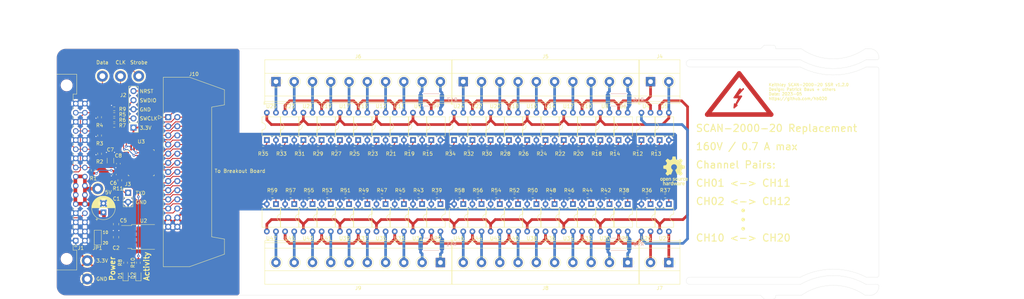
<source format=kicad_pcb>
(kicad_pcb (version 20221018) (generator pcbnew)
  (title_block (title "Keithley SCAN-2000-20 SSR") (date "2023-05-11") (rev "v.1.2.0") (comment 1 "Copyright (©) 2021, Patrick Baus <patrick.baus@physik.tu-darmstadt.de>") (comment 2 "Licensed under CERN OHL v.1.2") (comment 4 "AISLER Project ID: OGDMDCHO"))
  (layers (0 "F.Cu" signal) (31 "B.Cu" signal) (34 "B.Paste" user) (35 "F.Paste" user) (36 "B.SilkS" user "B.Silkscreen") (37 "F.SilkS" user "F.Silkscreen") (38 "B.Mask" user) (39 "F.Mask" user) (44 "Edge.Cuts" user))
  (net 0 "")
  (net 1 "GND")
  (net 2 "+5V")
  (net 3 "+3.3V")
  (net 4 "/~{NRST}")
  (net 5 "Net-(U3-NRST)")
  (net 6 "Net-(D1-A)")
  (net 7 "/ID")
  (net 8 "/Microcontroller/SWDIO")
  (net 9 "/Microcontroller/SWCLK")
  (net 10 "Net-(D2-A)")
  (net 11 "/Relays/Input pins/Out_HIGH")
  (net 12 "/Relays/Input pins/Out_LOW")
  (net 13 "Net-(J3-Pin_1)")
  (net 14 "Net-(J5-Pin_1)")
  (net 15 "Net-(J5-Pin_2)")
  (net 16 "Net-(J5-Pin_3)")
  (net 17 "Net-(J5-Pin_4)")
  (net 18 "Net-(J5-Pin_5)")
  (net 19 "Net-(J5-Pin_6)")
  (net 20 "Net-(J5-Pin_7)")
  (net 21 "Net-(J5-Pin_8)")
  (net 22 "Net-(J5-Pin_9)")
  (net 23 "Net-(J5-Pin_10)")
  (net 24 "Net-(J6-Pin_1)")
  (net 25 "Net-(J6-Pin_2)")
  (net 26 "Net-(J6-Pin_3)")
  (net 27 "Net-(J6-Pin_4)")
  (net 28 "Net-(J6-Pin_5)")
  (net 29 "Net-(J6-Pin_6)")
  (net 30 "Net-(J6-Pin_7)")
  (net 31 "Net-(J6-Pin_8)")
  (net 32 "Net-(J6-Pin_9)")
  (net 33 "Net-(J6-Pin_10)")
  (net 34 "Net-(J8-Pin_1)")
  (net 35 "Net-(J8-Pin_2)")
  (net 36 "Net-(J8-Pin_3)")
  (net 37 "Net-(J8-Pin_4)")
  (net 38 "Net-(J8-Pin_5)")
  (net 39 "Net-(J8-Pin_6)")
  (net 40 "Net-(J8-Pin_7)")
  (net 41 "Net-(J8-Pin_8)")
  (net 42 "Net-(J8-Pin_9)")
  (net 43 "Net-(J8-Pin_10)")
  (net 44 "Net-(J9-Pin_1)")
  (net 45 "Net-(J9-Pin_2)")
  (net 46 "Net-(J9-Pin_3)")
  (net 47 "Net-(J9-Pin_4)")
  (net 48 "Net-(J9-Pin_5)")
  (net 49 "Net-(J9-Pin_6)")
  (net 50 "Net-(J9-Pin_7)")
  (net 51 "Net-(J9-Pin_8)")
  (net 52 "Net-(J9-Pin_9)")
  (net 53 "/DATA")
  (net 54 "/STROBE")
  (net 55 "/CLK")
  (net 56 "/Microcontroller/DATA")
  (net 57 "/Microcontroller/CLK")
  (net 58 "/Microcontroller/STROBE")
  (net 59 "/Microcontroller/LED")
  (net 60 "/Microcontroller/TX")
  (net 61 "/Microcontroller/Bus2_input_enable")
  (net 62 "Net-(R12-Pad1)")
  (net 63 "Net-(R13-Pad1)")
  (net 64 "/Microcontroller/CH1")
  (net 65 "Net-(R14-Pad1)")
  (net 66 "/Microcontroller/CH6")
  (net 67 "Net-(R15-Pad1)")
  (net 68 "Net-(R18-Pad1)")
  (net 69 "Net-(R19-Pad1)")
  (net 70 "/Microcontroller/CH2")
  (net 71 "Net-(R20-Pad1)")
  (net 72 "/Microcontroller/CH7")
  (net 73 "Net-(R21-Pad1)")
  (net 74 "Net-(R22-Pad1)")
  (net 75 "Net-(R23-Pad1)")
  (net 76 "/Microcontroller/CH3")
  (net 77 "Net-(R24-Pad1)")
  (net 78 "/Microcontroller/CH8")
  (net 79 "Net-(R25-Pad1)")
  (net 80 "Net-(R26-Pad1)")
  (net 81 "Net-(R27-Pad1)")
  (net 82 "/Microcontroller/CH4")
  (net 83 "Net-(R28-Pad1)")
  (net 84 "/Microcontroller/CH9")
  (net 85 "Net-(R29-Pad1)")
  (net 86 "Net-(R30-Pad1)")
  (net 87 "Net-(R31-Pad1)")
  (net 88 "/Microcontroller/CH5")
  (net 89 "Net-(R32-Pad1)")
  (net 90 "/Microcontroller/CH10")
  (net 91 "Net-(R33-Pad1)")
  (net 92 "Net-(R34-Pad1)")
  (net 93 "Net-(R35-Pad1)")
  (net 94 "/Microcontroller/Bus2_sense_enable")
  (net 95 "Net-(R36-Pad1)")
  (net 96 "Net-(R37-Pad1)")
  (net 97 "/Microcontroller/CH11")
  (net 98 "Net-(R38-Pad1)")
  (net 99 "/Microcontroller/CH16")
  (net 100 "Net-(R39-Pad1)")
  (net 101 "Net-(R42-Pad1)")
  (net 102 "Net-(R43-Pad1)")
  (net 103 "/Microcontroller/CH12")
  (net 104 "Net-(R44-Pad1)")
  (net 105 "/Microcontroller/CH17")
  (net 106 "Net-(R45-Pad1)")
  (net 107 "Net-(R46-Pad1)")
  (net 108 "Net-(R47-Pad1)")
  (net 109 "/Microcontroller/CH13")
  (net 110 "Net-(R48-Pad1)")
  (net 111 "/Microcontroller/CH18")
  (net 112 "Net-(R49-Pad1)")
  (net 113 "Net-(R50-Pad1)")
  (net 114 "Net-(R51-Pad1)")
  (net 115 "/Microcontroller/CH14")
  (net 116 "Net-(R52-Pad1)")
  (net 117 "/Microcontroller/CH19")
  (net 118 "Net-(R53-Pad1)")
  (net 119 "Net-(R54-Pad1)")
  (net 120 "Net-(R55-Pad1)")
  (net 121 "/Microcontroller/CH15")
  (net 122 "Net-(R56-Pad1)")
  (net 123 "/Microcontroller/CH20")
  (net 124 "Net-(R57-Pad1)")
  (net 125 "Net-(R58-Pad1)")
  (net 126 "Net-(R59-Pad1)")
  (net 127 "/Relays/Input pins/Bus_HIGH")
  (net 128 "/Relays/Input pins/Bus_LOW")
  (net 129 "/Relays/Input/Sense pins/Sense_HIGH")
  (net 130 "/Relays/Input/Sense pins/Sense_LOW")
  (net 131 "Net-(J9-Pin_10)")
  (footprint "Symbol:Symbol_Highvoltage_Type2_CopperTop_Small" (layer "F.Cu") (at 215.138 62.738)
    (fp_text reference "SYM1" hide)
    (fp_text value "SYM_Flash_Small")
  )
  (footprint "TestPoint:TestPoint_Loop_D2.60mm_Drill1.6mm_Beaded" (layer "F.Cu") (at 33.9 107.18)
    (fp_text reference "TP2" hide)
    (fp_text value "TestPoint")
  )
  (footprint "Custom_footprints_project:TerminalBlock_Phoenix_SMKDSN-1,5-10-5.08_1x10_P5.08mm_Horizontal" (layer "F.Cu") (at 138.43 57.404)
    (fp_text reference "J5")
    (fp_text value "Screw_Terminal_01x10")
  )
  (footprint "Custom_footprints_project:TerminalBlock_Phoenix_SMKDSN-1,5-2-5.08_1x02_P5.08mm_Horizontal" (layer "F.Cu") (at 190.5 57.404)
    (fp_text reference "J4")
    (fp_text value "Screw_Terminal_01x02")
  )
  (footprint "Resistor_SMD:R_0603_1608Metric" (layer "F.Cu") (at 42.95 84.835 90)
    (fp_text reference "R11")
    (fp_text value "330R")
  )
  (footprint "Resistor_SMD:R_0603_1608Metric" (layer "F.Cu") (at 183.134 89.154 180)
    (fp_text reference "R38")
    (fp_text value "330R")
  )
  (footprint "Package_DIP:DIP-4_W7.62mm" (layer "F.Cu") (at 99.06 73.66 90)
    (fp_text reference "U19")
    (fp_text value "TLP3558A")
  )
  (footprint "Resistor_SMD:R_0603_1608Metric" (layer "F.Cu") (at 37.338 67.31 -90)
    (fp_text reference "R4")
    (fp_text value "10k")
  )
  (footprint "Package_DIP:DIP-4_W7.62mm" (layer "F.Cu") (at 168.91 91.44 -90)
    (fp_text reference "U34")
    (fp_text value "TLP3558A")
  )
  (footprint "Resistor_SMD:R_0603_1608Metric" (layer "F.Cu") (at 145.034 75.946 180)
    (fp_text reference "R30")
    (fp_text value "330R")
  )
  (footprint "TestPoint:TestPoint_Loop_D2.60mm_Drill1.6mm_Beaded" (layer "F.Cu") (at 48.2 55.88)
    (fp_text reference "TP6" hide)
    (fp_text value "TestPoint")
  )
  (footprint "Connector_PinHeader_2.54mm:PinHeader_1x05_P2.54mm_Vertical" (layer "F.Cu") (at 46.754 70.18 180)
    (fp_text reference "J2")
    (fp_text value "Conn_01x05")
  )
  (footprint "Package_DIP:DIP-4_W7.62mm" (layer "F.Cu") (at 101.6 91.44 -90)
    (fp_text reference "U41")
    (fp_text value "TLP3558A")
  )
  (footprint "Package_DIP:DIP-4_W7.62mm" (layer "F.Cu") (at 148.59 91.44 -90)
    (fp_text reference "U42")
    (fp_text value "TLP3558A")
  )
  (footprint "Resistor_SMD:R_0603_1608Metric" (layer "F.Cu") (at 128.524 75.946 180)
    (fp_text reference "R15")
    (fp_text value "330R")
  )
  (footprint "Package_DIP:DIP-4_W7.62mm" (layer "F.Cu") (at 163.83 91.44 -90)
    (fp_text reference "U36")
    (fp_text value "TLP3558A")
  )
  (footprint "Package_DIP:DIP-4_W7.62mm" (layer "F.Cu") (at 127 91.44 -90)
    (fp_text reference "U31")
    (fp_text value "TLP3558A")
  )
  (footprint "Resistor_SMD:R_0603_1608Metric" (layer "F.Cu") (at 82.804 75.946 180)
    (fp_text reference "R35")
    (fp_text value "330R")
  )
  (footprint "Package_DIP:DIP-4_W7.62mm" (layer "F.Cu") (at 119.38 73.66 90)
    (fp_text reference "U11")
    (fp_text value "TLP3558A")
  )
  (footprint "Package_DIP:DIP-4_W7.62mm" (layer "F.Cu") (at 181.61 73.66 90)
    (fp_text reference "U6")
    (fp_text value "TLP3558A")
  )
  (footprint "Package_DIP:DIP-4_W7.62mm" (layer "F.Cu") (at 146.05 73.66 90)
    (fp_text reference "U20")
    (fp_text value "TLP3558A")
  )
  (footprint "Package_DIP:DIP-4_W7.62mm" (layer "F.Cu") (at 143.51 91.44 -90)
    (fp_text reference "U44")
    (fp_text value "TLP3558A")
  )
  (footprint "Resistor_SMD:R_0603_1608Metric" (layer "F.Cu") (at 152.654 89.154 180)
    (fp_text reference "R52")
    (fp_text value "330R")
  )
  (footprint "Resistor_SMD:R_0603_1608Metric" (layer "F.Cu") (at 87.884 75.946 180)
    (fp_text reference "R33")
    (fp_text value "330R")
  )
  (footprint "Resistor_SMD:R_0603_1608Metric" (layer "F.Cu") (at 131.064 89.154 180)
    (fp_text reference "R39")
    (fp_text value "330R")
  )
  (footprint "Package_DIP:DIP-4_W7.62mm" (layer "F.Cu") (at 166.37 73.66 90)
    (fp_text reference "U12")
    (fp_text value "TLP3558A")
  )
  (footprint "Package_DIP:DIP-4_W7.62mm" (layer "F.Cu") (at 187.96 73.66 90)
    (fp_text reference "U4")
    (fp_text value "TLP3558A")
  )
  (footprint "Package_DIP:DIP-4_W7.62mm" (layer "F.Cu") (at 114.3 73.66 90)
    (fp_text reference "U13")
    (fp_text value "TLP3558A")
  )
  (footprint "Package_DIP:DIP-4_W7.62mm" (layer "F.Cu") (at 176.53 73.66 90)
    (fp_text reference "U8")
    (fp_text value "TLP3558A")
  )
  (footprint "Resistor_SMD:R_0603_1608Metric" (layer "F.Cu") (at 103.124 75.946 180)
    (fp_text reference "R27")
    (fp_text value "330R")
  )
  (footprint "Jumper:SolderJumper-3_P1.3mm_Bridged12_Pad1.0x1.5mm_NumberLabels" (layer "F.Cu") (at 36.83 100.76 90)
    (fp_text reference "JP1")
    (fp_text value "SolderJumper_3_Bridged12")
  )
  (footprint "Resistor_SMD:R_0603_1608Metric" (layer "F.Cu") (at 180.594 75.946 180)
    (fp_text reference "R14")
    (fp_text value "330R")
  )
  (footprint "Package_DIP:DIP-4_W7.62mm" (layer "F.Cu") (at 129.54 73.66 90)
    (fp_text reference "U7")
    (fp_text value "TLP3558A")
  )
  (footprint "LED_SMD:LED_0603_1608Metric" (layer "F.Cu") (at 44.558 111.3 90)
    (fp_text reference "D1")
    (fp_text value "Green")
  )
  (footprint "Resistor_SMD:R_0603_1608Metric" (layer "F.Cu") (at 120.904 89.154 180)
    (fp_text reference "R45")
    (fp_text value "330R")
  )
  (footprint "Package_DIP:DIP-4_W7.62mm" (layer "F.Cu") (at 151.13 73.66 90)
    (fp_text reference "U18")
    (fp_text value "TLP3558A")
  )
  (footprint "Capacitor_SMD:C_0603_1608Metric" (layer "F.Cu") (at 41.45 83.235 -90)
    (fp_text reference "C6")
    (fp_text value "100n")
  )
  (footprint "Resistor_SMD:R_0603_1608Metric" (layer "F.Cu") (at 118.364 75.946 180)
    (fp_text reference "R21")
    (fp_text value "330R")
  )
  (footprint "Capacitor_THT:CP_Radial_D6.3mm_P2.50mm" (layer "F.Cu") (at 38.4 93.76 90)
    (fp_text reference "C1")
    (fp_text value "10u")
  )
  (footprint "Resistor_SMD:R_0603_1608Metric" (layer "F.Cu") (at 139.954 75.946 180)
    (fp_text reference "R32")
    (fp_text value "330R")
  )
  (footprint "Resistor_SMD:R_0603_1608Metric" (layer "F.Cu") (at 134.874 75.946 180)
    (fp_text reference "R34")
    (fp_text value "330R")
  )
  (footprint "Resistor_SMD:R_0603_1608Metric" (layer "F.Cu") (at 178.054 89.154 180)
    (fp_text reference "R42")
    (fp_text value "330R")
  )
  (footprint "Package_DIP:DIP-4_W7.62mm" (layer "F.Cu") (at 135.89 73.66 90)
    (fp_text reference "U24")
    (fp_text value "TLP3558A")
  )
  (footprint "Resistor_SMD:R_0603_1608Metric" (layer "F.Cu") (at 147.574 89.154 180)
    (fp_text reference "R54")
    (fp_text value "330R")
  )
  (footprint "TestPoint:TestPoint_Loop_D2.60mm_Drill1.6mm_Beaded" (layer "F.Cu") (at 43.15 55.88)
    (fp_text reference "TP5" hide)
    (fp_text value "TestPoint")
  )
  (footprint "Resistor_SMD:R_0603_1608Metric" (layer "F.Cu") (at 98.044 75.946 180)
    (fp_text reference "R29")
    (fp_text value "330R")
  )
  (footprint "Resistor_SMD:R_0603_1608Metric" (layer "F.Cu") (at 170.434 75.946 180)
    (fp_text reference "R20")
    (fp_text value "330R")
  )
  (footprint "Package_DIP:DIP-4_W7.62mm" (layer "F.Cu") (at 96.52 91.44 -90)
    (fp_text reference "U43")
    (fp_text value "TLP3558A")
  )
  (footprint "Resistor_SMD:R_0603_1608Metric" (layer "F.Cu") (at 167.894 89.154 180)
    (fp_text reference "R46")
    (fp_text value "330R")
  )
  (footprint "Resistor_SMD:R_0603_1608Metric" (layer "F.Cu") (at 123.444 75.946 180)
    (fp_text reference "R19")
    (fp_text value "330R")
  )
  (footprint "Symbol:OSHW-Logo_7.5x8mm_SilkScreen" (layer "F.Cu") (at 197.0278 82.2198)
    (fp_text reference "LOGO2" hide)
    (fp_text value "Logo_Open_Hardware_Small" hide)
  )
  (footprint "Package_QFP:LQFP-32_7x7mm_P0.8mm" (layer "F.Cu") (at 48.9 79.96)
    (fp_text reference "U3")
    (fp_text value "STM32G070KBT6")
  )
  (footprint "Resistor_SMD:R_0603_1608Metric" (layer "F.Cu") (at 37.338 72.39 -90)
    (fp_text reference "R3")
    (fp_text value "10k")
  )
  (footprint "Resistor_SMD:R_0603_1608Metric" (layer "F.Cu") (at 172.974 89.154 180)
    (fp_text reference "R44")
    (fp_text value "330R")
  )
  (footprint "Package_DIP:DIP-4_W7.62mm" (layer "F.Cu") (at 83.82 73.66 90)
    (fp_text reference "U25")
    (fp_text value "TLP3558A")
  )
  (footprint "Resistor_SMD:R_0603_1608Metric" (layer "F.Cu") (at 194.564 89.154 180)
    (fp_text reference "R37")
    (fp_text value "330R")
  )
  (footprint "Package_DIP:DIP-4_W7.62mm" (layer "F.Cu") (at 104.14 73.66 90)
    (fp_text reference "U17")
    (fp_text value "TLP3558A")
  )
  (footprint "Package_DIP:DIP-4_W7.62mm" (layer "F.Cu") (at 171.45 73.66 90)
    (fp_text reference "U10")
    (fp_text value "TLP3558A")
  )
  (footprint "Resistor_SMD:R_0603_1608Metric" (layer "F.Cu") (at 108.204 75.946 180)
    (fp_text reference "R25")
    (fp_text value "330R")
  )
  (footprint "Connector_PinHeader_2.54mm:PinHeader_1x02_P2.54mm_Vertical" (layer "F.Cu") (at 45.25 88.31)
    (fp_text reference "J3")
    (fp_text value "Conn_01x02")
  )
  (footprint "Resistor_SMD:R_0603_1608Metric" (layer "F.Cu") (at 41.402 64.96 180)
    (fp_text reference "R9")
    (fp_text value "10k")
  )
  (footprint "Package_DIP:DIP-4_W7.62mm" (layer "F.Cu") (at 158.75 91.44 -90)
    (fp_text reference "U38")
    (fp_text value "TLP3558A")
  )
  (footprint "Resistor_SMD:R_0603_1608Metric" (layer "F.Cu") (at 90.424 89.154 180)
    (fp_text reference "R57")
    (fp_text value "330R")
  )
  (footprint "Package_DIP:DIP-4_W7.62mm" (layer "F.Cu") (at 109.22 73.66 90)
    (fp_text reference "U15")
    (fp_text value "TLP3558A")
  )
  (footprint "Capacitor_SMD:C_0805_2012Metric" (layer "F.Cu") (at 41.91 97.028 -90)
    (fp_text reference "C5")
    (fp_text value "10u")
  )
  (footprint "Package_DIP:DIP-4_W7.62mm" (layer "F.Cu") (at 193.04 73.66 90)
    (fp_text reference "U5")
    (fp_text value "TLP3558A")
  )
  (footprint "Resistor_SMD:R_0603_1608Metric" (layer "F.Cu") (at 37.338 77.47 -90)
    (fp_text reference "R2")
    (fp_text value "10k")
  )
  (footprint "Package_DIP:DIP-4_W7.62mm" (layer "F.Cu") (at 111.76 91.44 -90)
    (fp_text reference "U37")
    (fp_text value "TLP3558A")
  )
  (footprint "Resistor_SMD:R_0603_1608Metric" (layer "F.Cu") (at 44.558 107.744 -90)
    (fp_text reference "R8")
    (fp_text value "330R")
  )
  (footprint "Resistor_SMD:R_0603_1608Metric" (layer "F.Cu") (at 113.284 75.946 180)
    (fp_text reference "R23")
    (fp_text value "330R")
  )
  (footprint "Resistor_SMD:R_0603_1608Metric" (layer "F.Cu") (at 100.584 89.154 180)
    (fp_text reference "R53")
    (fp_text value "330R")
  )
  (footprint "Resistor_SMD:R_0603_1608Metric" (layer "F.Cu") (at 192.024 75.946 180)
    (fp_text reference "R13")
    (fp_text value "330R")
  )
  (footprint "Resistor_SMD:R_0603_1608Metric" (layer "F.Cu") (at 150.114 75.946 180)
    (fp_text reference "R28")
    (fp_text value "330R")
  )
  (footprint "Resistor_SMD:R_0603_1608Metric" (layer "F.Cu") (at 41.402 66.548 180)
    (fp_text reference "R5")
    (fp_text value "330R")
  )
  (footprint "Package_DIP:DIP-4_W7.62mm" (layer "F.Cu") (at 140.97 73.66 90)
    (fp_text reference "U22")
    (fp_text value "TLP3558A")
  )
  (footprint "Resistor_SMD:R_0603_1608Metric" (layer "F.Cu") (at 175.514 75.946 180)
    (fp_text reference "R18")
    (fp_text value "330R")
  )
  (footprint "Package_DIP:DIP-4_W7.62mm" (layer "F.Cu") (at 121.92 91.44 -90)
    (fp_text reference "U33")
    (fp_text value "TLP3558A")
  )
  (footprint "Resistor_SMD:R_0603_1608Metric" (layer "F.Cu") (at 162.814 89.154 180)
    (fp_text reference "R48")
    (fp_text value "330R")
  )
  (footprint "Connector_DIN:DIN41612_B2_2x16_Male_Horizontal_THT" (layer "F.Cu") (at 30.7 101.60508 90)
    (fp_text reference "J1")
    (fp_text value "Conn_02x16_Row_Letter_First")
  )
  (footprint "Package_DIP:DIP-4_W7.62mm" (layer "F.Cu") (at 88.9 73.66 90)
    (fp_text reference "U23")
    (fp_text value "TLP3558A")
  )
  (footprint "Package_DIP:DIP-4_W7.62mm" (layer "F.Cu") (at 106.68 91.44 -90)
    (fp_text reference "U39")
    (fp_text value "TLP3558A")
  )
  (footprint "Resistor_SMD:R_0603_1608Metric" (layer "F.Cu") (at 85.344 89.154 180)
    (fp_text reference "R59")
    (fp_text value "330R")
  )
  (footprint "Package_DIP:DIP-4_W7.62mm" (layer "F.Cu") (at 86.36 91.44 -90)
    (fp_text reference "U47")
    (fp_text value "TLP3558A")
  )
  (footprint "Capacitor_SMD:C_0805_2012Metric" (layer "F.Cu") (at 41.91 100.65 90)
    (fp_text reference "C2")
    (fp_text value "10u")
  )
  (footprint "Package_DIP:DIP-4_W7.62mm" (layer "F.Cu") (at 138.43 91.44 -90)
    (fp_text reference "U46")
    (fp_text value "TLP3558A")
  )
  (footprint "TestPoint:TestPoint_Loop_D2.60mm_Drill1.6mm_Beaded" (layer "F.Cu") (at 36.819 87.169)
    (fp_text reference "TP1" hide)
    (fp_text value "TestPoint")
  )
  (footprint "Capacitor_SMD:C_0603_1608Metric" (layer "F.Cu") (at 42.544 80.21 -90)
    (fp_text reference "C8")
    (fp_text value "100n")
  )
  (footprint "Custom_footprints_project:TerminalBlock_Phoenix_SMKDSN-1,5-2-5.08_1x02_P5.08mm_Horizontal" (layer "F.Cu") (at 195.58 107.696 180)
    (fp_text reference "J7")
    (fp_text value "Screw_Terminal_01x02")
  )
  (footprint "Custom_footprints_project:TerminalBlock_Phoenix_SMKDSN-1,5-10-5.08_1x10_P5.08mm_Horizontal" (layer "F.Cu") (at 132.08 107.696 180)
    (fp_text reference "J9")
    (fp_text value "Screw_Terminal_01x10")
  )
  (footprint "Capacitor_SMD:C_1206_3216Metric" (layer "F.Cu") (at 40.3352 79.375 90)
    (fp_text reference "C7")
    (fp_text value "4.7u")
  )
  (footprint "TestPoint:TestPoint_Loop_D2.60mm_Drill1.6mm_Beaded" (layer "F.Cu") (at 33.9 112.26)
    (fp_text reference "TP3" hide)
    (fp_text value "TestPoint")
  )
  (footprint "Package_DIP:DIP-4_W7.62mm" (layer "F.Cu") (at 156.21 73.66 90)
    (fp_text reference "U16")
    (fp_text value "TLP3558A")
  )
  (footprint "Package_DIP:DIP-4_W7.62mm" (layer "F.Cu") (at 116.84 91.44 -90)
    (fp_text reference "U35")
    (fp_text value "TLP3558A")
  )
  (footprint "Package_DIP:DIP-4_W7.62mm" (layer "F.Cu") (at 124.46 73.66 90)
    (fp_text reference "U9")
    (fp_text value "TLP3558A")
  )
  (footprint "Resistor_SMD:R_0603_1608Metric" (layer "F.Cu") (at 137.414 89.154 180)
    (fp_text reference "R58")
    (fp_text value "330R")
  )
  (footprint "LED_SMD:LED_0603_1608Metric" (layer "F.Cu") (at 48.114 111.3 90)
    (fp_text reference "D2")
    (fp_text value "Green")
  )
  (footprint "Resistor_SMD:R_0603_1608Metric" (layer "F.Cu") (at 41.402 68.072 180)
    (fp_text reference "R6")
    (fp_text value "330R")
  )
  (footprint "Resistor_SMD:R_0603_1608Metric" (layer "F.Cu") (at 142.494 89.154 180)
    (fp_text reference "R56")
    (fp_text value "330R")
  )
  (footprint "Resistor_SMD:R_0603_1608Metric" (layer "F.Cu") (at 95.504 89.154 180)
    (fp_text reference "R55")
    (fp_text value "330R")
  )
  (footprint "Package_DIP:DIP-4_W7.62mm" (layer "F.Cu") (at 93.98 73.66 90)
    (fp_text reference "U21")
    (fp_text value "TLP3558A")
  )
  (footprint "Resistor_SMD:R_0603_1608Metric" (layer "F.Cu") (at 105.664 89.154 180)
    (fp_text reference "R51")
    (fp_text value "330R")
  )
  (footprint "Resistor_SMD:R_0603_1608Metric" (layer "F.Cu") (at 92.964 75.946 180)
    (fp_text reference "R31")
    (fp_text value "330R")
  )
  (footprint "Package_DIP:DIP-4_W7.62mm" (layer "F.Cu") (at 184.15 91.44 -90)
    (fp_text reference "U28")
    (fp_text value "TLP3558A")
  )
  (footprint "Package_DIP:DIP-4_W7.62mm" (layer "F.Cu") (at 132.08 91.44 -90)
    (fp_text reference "U29")
    (fp_text value "TLP3558A")
  )
  (footprint "Resistor_SMD:R_0603_1608Metric" (layer "F.Cu") (at 110.744 89.154 180)
    (fp_text reference "R49")
    (fp_text value "330R")
  )
  (footprint "Package_DIP:DIP-4_W7.62mm" (layer "F.Cu") (at 153.67 91.44 -90)
    (fp_text reference "U40")
    (fp_text value "TLP3558A")
  )
  (footprint "Resistor_SMD:R_0603_1608Metric" (layer "F.Cu") (at 125.984 89.154 180)
    (fp_text reference "R43")
    (fp_text value "330R")
  )
  (footprint "Package_DIP:DIP-4_W7.62mm" (layer "F.Cu") (at 91.44 91.44 -90)
    (fp_text reference "U45")
    (fp_text value "TLP3558A")
  )
  (footprint "Resistor_SMD:R_0603_1608Metric" (layer "F.Cu") (at 115.824 89.154 180)
    (fp_text reference "R47")
    (fp_text value "330R")
  )
  (footprint "Package_DIP:DIP-4_W7.62mm" (layer "F.Cu") (at 161.29 73.66 90)
    (fp_text reference "U14")
    (fp_text value "TLP3558A")
  )
  (footprint "Package_DIP:DIP-4_W7.62mm" (layer "F.Cu") (at 190.5 91.44 -90)
    (fp_text reference "U26")
    (fp_text value "TLP3558A")
  )
  (footprint "Resistor_SMD:R_0603_1608Metric" (layer "F.Cu") (at 155.194 75.946 180)
    (fp_text reference "R26")
    (fp_text value "330R")
  )
  (footprint "Package_DIP:DIP-4_W7.62mm" (layer "F.Cu") (at 173.99 91.44 -90)
    (fp_text reference "U32")
    (fp_text value "TLP3558A")
  )
  (footprint "Resistor_SMD:R_0603_1608Metric" (layer "F.Cu") (at 189.484 89.154 180)
    (fp_text reference "R36")
    (fp_text value "330R")
  )
  (footprint "Package_DIP:DIP-4_W7.62mm" (layer "F.Cu") (at 179.07 91.44 -90)
    (fp_text reference "U30")
    (fp_text value "TLP3558A")
  )
  (footprint "Resistor_SMD:R_0603_1608Metric" (layer "F.Cu") (at 157.734 89.154 180)
    (fp_text reference "R50")
    (fp_text value "330R")
  )
  (footprint "Resistor_SMD:R_0603_1608Metric" (layer "F.Cu") (at 186.944 75.946 180)
    (fp_text reference "R12")
    (fp_text value "330R")
  )
  (footprint "Resistor_SMD:R_0603_1608Metric" (layer "F.Cu") (at 48.114 107.744 -90)
    (fp_text reference "R10")
    (fp_text value "330R")
  )
  (footprint "Resistor_SMD:R_0603_1608Metric" (layer "F.Cu") (at 160.274 75.946 180)
    (fp_text reference "R24")
    (fp_text value "330R")
  )
  (footprint "Resistor_SMD:R_0603_1608Metric" (layer "F.Cu") (at 41.402 69.596 180)
    (fp_text reference "R7")
    (fp_text value "330R")
  )
  (footprint "Resistor_SMD:R_0603_1608Metric" (layer "F.Cu") (at 165.354 75.946 180)
    (fp_text reference "R22")
    (fp_text value "330R")
  )
  (footprint "Custom_footprints_project:TerminalBlock_Phoenix_SMKDSN-1,5-10-5.08_1x10_P5.08mm_Horizontal" (layer "F.Cu") (at 184.15 107.696 180)
    (fp_text reference "J8")
    (fp_text value "Screw_Terminal_01x10")
  )
  (footprint "TestPoint:TestPoint_Loop_D2.60mm_Drill1.6mm_Beaded" (layer "F.Cu") (at 38.1 55.88)
    (fp_text reference "TP4" hide)
    (fp_text value "TestPoint")
  )
  (footprint "Package_DIP:DIP-4_W7.62mm" (layer "F.Cu") (at 195.58 91.44 -90)
    (fp_text reference "U27")
    (fp_text value "TLP3558A")
  )
  (footprint "Custom_footprints_project:TerminalBlock_Phoenix_SMKDSN-1,5-10-5.08_1x10_P5.08mm_Horizontal" (layer "F.Cu") (at 86.36 57.404)
    (fp_text reference "J6")
    (fp_text value "Screw_Terminal_01x10")
  )
  (footprint "Package_TO_SOT_SMD:TO-252-2" (layer "F.Cu") (at 49.54 100.585)
    (fp_text reference "U2")
    (fp_text value "NCP1117-3.3_TO252")
  )
  (footprint "Connector_IDC:IDC-Header_2x13_P2.54mm_Latch_Horizontal" (layer "F.Cu") (at 56.4 67.28)
    (fp_text reference "J10")
    (fp_text value "Conn_01x26_Pin")
  )
  (footprint "Resistor_SMD:R_0603_1608Metric" (layer "F.Cu") (at 35.55 82.06 90)
    (fp_text reference "R1")
    (fp_text value "330R")
  )
  (footprint "Resistor_SMD:R_2512_6332Metric" (layer "B.Cu") (at 181.61 102.616)
    (fp_text reference "R40")
    (fp_text value "2m")
  )
  (footprint "Resistor_SMD:R_2512_6332Metric" (layer "B.Cu") (at 129.54 102.616)
    (fp_text reference "R41")
    (fp_text value "2m")
  )
  (footprint "Resistor_SMD:R_2512_6332Metric" (layer "B.Cu") (at 181.61 62.484)
    (fp_text reference "R16")
    (fp_text value "2m")
  )
  (footprint "Resistor_SMD:R_2512_6332Metric" (layer "B.Cu") (at 129.54 62.484)
    (fp_text reference "R17")
    (fp_text value "2m")
  )
  (gr_circle (center 216.2556 93.218) (end 216.5096 93.218) (stroke (width 0.508)) (fill none) (layer "F.SilkS"))
  (gr_circle (center 216.2556 98.298) (end 216.5096 98.298) (stroke (width 0.508)) (fill none) (layer "F.SilkS"))
  (gr_circle (center 216.2556 95.758) (end 216.5096 95.758) (stroke (width 0.508)) (fill none) (layer "F.SilkS"))
  (gr_line (start 222.123 47.244) (end 224.536 47.244) (stroke (width 0.05)) (layer "Edge.Cuts"))
  (gr_line (start 27.94 48.26) (end 221.107 48.26) (stroke (width 0.05)) (layer "Edge.Cuts"))
  (gr_line (start 250.192516 48.261761) (end 251.462516 48.261761) (stroke (width 0.05)) (layer "Edge.Cuts"))
  (gr_arc (start 27.94 116.84) (mid 26.143949 116.096051) (end 25.4 114.3) (stroke (width 0.05)) (layer "Edge.Cuts"))
  (gr_line (start 225.298 48.26) (end 225.298 48.006) (stroke (width 0.05)) (layer "Edge.Cuts"))
  (gr_line (start 221.107 48.26) (end 222.123 47.244) (stroke (width 0.05)) (layer "Edge.Cuts"))
  (gr_arc (start 201.422 113.792) (mid 200.406 112.776) (end 201.422 111.76) (stroke (width 0.05)) (layer "Edge.Cuts"))
  (gr_line (start 250.444 113.792) (end 253.492 113.792) (stroke (width 0.05)) (layer "Edge.Cuts"))
  (gr_arc (start 224.536 47.244) (mid 225.074815 47.467185) (end 225.298 48.006) (stroke (width 0.05)) (layer "Edge.Cuts"))
  (gr_arc (start 253.492 113.792) (mid 253.85059 113.940171) (end 253.999997 114.298248) (stroke (width 0.05)) (layer "Edge.Cuts"))
  (gr_line (start 254 111.252) (end 254 53.848) (stroke (width 0.05)) (layer "Edge.Cuts"))
  (gr_line (start 250.444 53.34) (end 253.492 53.34) (stroke (width 0.05)) (layer "Edge.Cuts"))
  (gr_line (start 25.4 114.3) (end 25.4 50.8) (stroke (width 0.05)) (layer "Edge.Cuts"))
  (gr_arc (start 253.999997 50.801752) (mid 253.85059 51.159829) (end 253.492 51.308) (stroke (width 0.05)) (layer "Edge.Cuts"))
  (gr_line (start 250.444 51.308) (end 253.492 51.308) (stroke (width 0.05)) (layer "Edge.Cuts"))
  (gr_arc (start 232.41 116.84) (mid 241.3 114.037674) (end 250.19 116.84) (stroke (width 0.05)) (layer "Edge.Cuts"))
  (gr_arc (start 250.444 51.308) (mid 241.3 53.770224) (end 232.156 51.308) (stroke (width 0.05)) (layer "Edge.Cuts"))
  (gr_arc (start 251.462516 48.261761) (mid 253.257657 49.005876) (end 253.999997 50.801752) (stroke (width 0.05)) (layer "Edge.Cuts"))
  (gr_line (start 27.94 116.84) (end 221.1166 116.84) (stroke (width 0.05)) (layer "Edge.Cuts"))
  (gr_line (start 225.298 116.84) (end 232.41 116.84) (stroke (width 0.05)) (layer "Edge.Cuts"))
  (gr_arc (start 201.422 53.34) (mid 200.406 52.324) (end 201.422 51.308) (stroke (width 0.05)) (layer "Edge.Cuts"))
  (gr_line (start 222.123 117.856) (end 224.536 117.856) (stroke (width 0.05)) (layer "Edge.Cuts"))
  (gr_line (start 201.422 51.308) (end 232.156 51.308) (stroke (width 0.05)) (layer "Edge.Cuts"))
  (gr_arc (start 253.999997 114.298248) (mid 253.256669 116.095431) (end 251.46 116.84) (stroke (width 0.05)) (layer "Edge.Cuts"))
  (gr_line (start 201.422 111.76) (end 232.156 111.76) (stroke (width 0.05)) (layer "Edge.Cuts"))
  (gr_arc (start 250.192516 48.261761) (mid 241.30098 51.064087) (end 232.41 48.26) (stroke (width 0.05)) (layer "Edge.Cuts"))
  (gr_line (start 250.19 116.84) (end 251.46 116.84) (stroke (width 0.05)) (layer "Edge.Cuts"))
  (gr_arc (start 25.4 50.8) (mid 26.143949 49.003949) (end 27.94 48.26) (stroke (width 0.05)) (layer "Edge.Cuts"))
  (gr_arc (start 254 111.252) (mid 253.85121 111.61121) (end 253.492 111.76) (stroke (width 0.05)) (layer "Edge.Cuts"))
  (gr_arc (start 253.492 53.34) (mid 253.85121 53.48879) (end 254 53.848) (stroke (width 0.05)) (layer "Edge.Cuts"))
  (gr_arc (start 232.156 111.76) (mid 241.3 109.546473) (end 250.444 111.76) (stroke (width 0.05)) (layer "Edge.Cuts"))
  (gr_arc (start 250.444 53.34) (mid 241.3 55.553527) (end 232.156 53.34) (stroke (width 0.05)) (layer "Edge.Cuts"))
  (gr_line (start 225.298 117.094) (end 225.298 116.84) (stroke (width 0.05)) (layer "Edge.Cuts"))
  (gr_line (start 250.444 111.76) (end 253.492 111.76) (stroke (width 0.05)) (layer "Edge.Cuts"))
  (gr_line (start 201.422 113.792) (end 232.156 113.792) (stroke (width 0.05)) (layer "Edge.Cuts"))
  (gr_line (start 225.298 48.26) (end 232.41 48.26) (stroke (width 0.05)) (layer "Edge.Cuts"))
  (gr_line (start 201.422 53.34) (end 232.156 53.34) (stroke (width 0.05)) (layer "Edge.Cuts"))
  (gr_arc (start 225.298 117.094) (mid 225.074815 117.632815) (end 224.536 117.856) (stroke (width 0.05)) (layer "Edge.Cuts"))
  (gr_arc (start 232.156 113.792) (mid 241.3 111.329776) (end 250.444 113.792) (stroke (width 0.05)) (layer "Edge.Cuts"))
  (gr_line (start 221.1166 116.84) (end 222.123 117.856) (stroke (width 0.05)) (layer "Edge.Cuts"))
  (gr_text "Keithley SCAN-2000-20 SSR v1.2.0\nDesign: Patrick Baus + others\nDate: 2023-05\nhttps://github.com/hb020" (at 223.266 60.198) (layer "F.SilkS") (effects (font (size 0.8 0.8)) (justify left)))
  (gr_text "CH02 <-> CH12" (at 202.946 90.678) (layer "F.SilkS") (effects (font (size 2 2) (thickness 0.3)) (justify left)))
  (gr_text "SCAN-2000-20 Replacement" (at 202.946 70.358) (layer "F.SilkS") (effects (font (size 2 2) (thickness 0.3)) (justify left)))
  (gr_text "CH01 <-> CH11" (at 202.946 85.598) (layer "F.SilkS") (effects (font (size 2 2) (thickness 0.3)) (justify left)))
  (gr_text "20" (at 38.1 102.26) (layer "F.SilkS") (effects (font (size 0.8 0.8)) (justify left)))
  (gr_text "Data" (at 38.1 52.07) (layer "F.SilkS") (effects (font (size 1 1))))
  (gr_text "Activity" (at 50.4 108.76 90) (layer "F.SilkS") (effects (font (size 1.5 1.5) (thickness 0.3))))
  (gr_text "160V / 0.7 A max" (at 202.946 75.438) (layer "F.SilkS") (effects (font (size 2 2) (thickness 0.3)) (justify left)))
  (gr_text "CLK" (at 43.18 52.07) (layer "F.SilkS") (effects (font (size 1 1))))
  (gr_text "3.3V" (at 36.322 107.188) (layer "F.SilkS") (effects (font (size 1 1)) (justify left)))
  (gr_text "GND" (at 47.244 90.932) (layer "F.SilkS") (effects (font (size 1 1)) (justify left)))
  (gr_text "5V" (at 39.7764 88.1888) (layer "F.SilkS") (effects (font (size 1 1))))
  (gr_text "GND" (at 36.322 112.268) (layer "F.SilkS") (effects (font (size 1 1)) (justify left)))
  (gr_text "TXD" (at 47.244 88.392) (layer "F.SilkS") (effects (font (size 1 1)) (justify left)))
  (gr_text "Channel Pairs:" (at 202.946 80.518) (layer "F.SilkS") (effects (font (size 2 2) (thickness 0.3)) (justify left)))
  (gr_text "CH10 <-> CH20" (at 202.946 100.838) (layer "F.SilkS") (effects (font (size 2 2) (thickness 0.3)) (justify left)))
  (gr_text "Power" (at 40.875 109.395 90) (layer "F.SilkS") (effects (font (size 1.5 1.5) (thickness 0.3))))
  (gr_text "Strobe" (at 48.26 52.07) (layer "F.SilkS") (effects (font (size 1 1))))
  (gr_text "GND" (at 48.4 65.18) (layer "F.SilkS") (effects (font (size 1 1)) (justify left)))
  (gr_text "SWDIO" (at 48.4 62.64) (layer "F.SilkS") (effects (font (size 1 1)) (justify left)))
  (gr_text "To Breakout Board" (at 69.215 82.8294) (layer "F.SilkS") (effects (font (size 1 1)) (justify left bottom)))
  (gr_text "10" (at 38.1 99.314) (layer "F.SilkS") (effects (font (size 0.8 0.8)) (justify left)))
  (gr_text "SWCLK" (at 48.4 67.66) (layer "F.SilkS") (effects (font (size 1 1)) (justify left)))
  (gr_text "NRST" (at 48.4 60.1) (layer "F.SilkS") (effects (font (size 1 1)) (justify left)))
  (gr_text "3.3V" (at 48.4 70.26) (layer "F.SilkS") (effects (font (size 1 1)) (justify left)))
  (segment (start 37.338 73.215) (end 36.893 73.215) (width 0.25) (layer "F.Cu") (net 1))
  (segment (start 36.893 68.135) (end 37.338 68.135) (width 0.25) (layer "F.Cu") (net 1))
  (segment (start 47.6315 112.0875) (end 47.098 111.554) (width 0.25) (layer "F.Cu") (net 1))
  (segment (start 48.114 112.0875) (end 47.6315 112.0875) (width 0.25) (layer "F.Cu") (net 1))
  (segment (start 36.322 77.724) (end 36.893 78.295) (width 0.25) (layer "F.Cu") (net 1))
  (segment (start 45.0405 112.0875) (end 45.574 111.554) (width 0.25) (layer "F.Cu") (net 1))
  (segment (start 44.558 112.0875) (end 45.0405 112.0875) (width 0.25) (layer "F.Cu") (net 1))
  (segment (start 36.893 78.295) (end 37.338 78.295) (width 0.25) (layer "F.Cu") (net 1))
  (segment (start 36.893 73.215) (end 36.322 72.644) (width 0.25) (layer "F.Cu") (net 1))
  (segment (start 36.322 67.564) (end 36.893 68.135) (width 0.25) (layer "F.Cu") (net 1))
  (segment (start 40.0558 77.9018) (end 39.243 77.089) (width 0.5) (layer "F.Cu") (net 1))
  (segment (start 41.85 81.33) (end 42.544 81.01) (width 0.5) (layer "F.Cu") (net 1))
  (segment (start 42.171 98.305) (end 41.91 98.566) (width 1) (layer "F.Cu") (net 1))
  (segment (start 41.4782 77.0636) (end 40.64 77.9018) (width 0.5) (layer "F.Cu") (net 1))
  (segment (start 42.544 81.01) (end 43.194 80.36) (width 0.5) (layer "F.Cu") (net 1))
  (segment (start 41.91 98.566) (end 41.91 99.568) (width 1) (layer "F.Cu") (net 1))
  (segment (start 44.5 98.305) (end 42.171 98.305) (width 1) (layer "F.Cu") (net 1))
  (segment (start 40.577 64.96) (end 40.64 64.008) (width 0.25) (layer "F.Cu") (net 1))
  (segment (start 41.148 98.806) (end 42.672 98.806) (width 1) (layer "F.Cu") (net 1))
  (segment (start 41.45 84.01) (end 40.6 83.61) (width 0.25) (layer "F.Cu") (net 1))
  (segment (start 43.194 80.36) (end 44.725 80.36) (width 0.5) (layer "F.Cu") (net 1))
  (via (at 47.098 111.554) (size 0.7) (drill 0.3) (layers "F.Cu" "B.Cu") (net 1))
  (via (at 36.322 67.564) (size 0.7) (drill 0.3) (layers "F.Cu" "B.Cu") (net 1))
  (via (at 45.574 111.554) (size 0.7) (drill 0.3) (layers "F.Cu" "B.Cu") (net 1))
  (via (at 36.322 72.644) (size 0.7) (drill 0.3) (layers "F.Cu" "B.Cu") (net 1))
  (via (at 36.322 77.724) (size 0.7) (drill 0.3) (layers "F.Cu" "B.Cu") (net 1))
  (via (at 41.85 81.33) (size 0.7) (drill 0.3) (layers "F.Cu" "B.Cu") (net 1))
  (via (at 39.2176 77.089) (size 0.7) (drill 0.3) (layers "F.Cu" "B.Cu") (net 1))
  (via (at 40.6 83.61) (size 0.7) (drill 0.3) (layers "F.Cu" "B.Cu") (net 1))
  (via (at 40.64 64.008) (size 0.7) (drill 0.3) (layers "F.Cu" "B.Cu") (net 1))
  (via (at 41.4782 77.0636) (size 0.7) (drill 0.3) (layers "F.Cu" "B.Cu") (net 1))
  (via (at 41.148 98.806) (size 0.7) (drill 0.3) (layers "F.Cu" "B.Cu") (net 1))
  (via (at 42.672 98.806) (size 0.7) (drill 0.3) (layers "F.Cu" "B.Cu") (net 1))
  (segment (start 30.6 83.76) (end 30.6 91.26) (width 1) (layer "F.Cu") (net 2))
  (segment (start 39.6 101.322) (end 39.878 101.6) (width 1) (layer "F.Cu") (net 2))
  (segment (start 38.55 97.81) (end 39.6 98.86) (width 1) (layer "F.Cu") (net 2))
  (segment (start 34.3 91.46) (end 33.2 91.46) (width 1) (layer "F.Cu") (net 2))
  (segment (start 36.6 93.76) (end 34.3 91.46) (width 1) (layer "F.Cu") (net 2))
  (segment (start 30.7 91.36) (end 33.3 91.36) (width 1) (layer "F.Cu") (net 2))
  (segment (start 36.819 87.169) (end 33.309 87.169) (width 1) (layer "F.Cu") (net 2))
  (segment (start 43.18 101.6) (end 44.45 102.87) (width 1) (layer "F.Cu") (net 2))
  (segment (start 38.4 93.76) (end 36.6 93.76) (width 1) (layer "F.Cu") (net 2))
  (segment (start 39.878 101.6) (end 43.18 101.6) (width 1) (layer "F.Cu") (net 2))
  (segment (start 33.24 91.44508) (end 33.24 83.82) (width 1) (layer "F.Cu") (net 2))
  (segment (start 38.55 93.76) (end 38.55 97.81) (width 1) (layer "F.Cu") (net 2))
  (segment (start 39.6 98.86) (end 39.6 101.322) (width 1) (layer "F.Cu") (net 2))
  (segment (start 37.4 99.46) (end 39.6 99.46) (width 0.25) (layer "F.Cu") (net 2))
  (segment (start 33.18 83.76) (end 30.6 83.76) (width 1) (layer "F.Cu") (net 2))
  (segment (start 33.309 87.169) (end 33.3 87.16) (width 1) (layer "F.Cu") (net 2))
  (segment (start 42.5348 79.4258) (end 40.3098 79.4258) (width 0.5) (layer "F.Cu") (net 3))
  (segment (start 41.104318 80.8736) (end 40.3606 80.8736) (width 0.5) (layer "F.Cu") (net 3))
  (segment (start 42.542918 79.435) (end 41.104318 80.8736) (width 0.5) (layer "F.Cu") (net 3))
  (segment (start 44.725 79.56) (end 42.594 79.56) (width 0.5) (layer "F.Cu") (net 3))
  (segment (start 33.24 81.28508) (end 35.62508 81.28508) (width 0.25) (layer "F.Cu") (net 4))
  (segment (start 37.084 52.832) (end 28.702 61.214) (width 0.25) (layer "F.Cu") (net 4))
  (segment (start 51.08 53.34) (end 51.08 58.18) (width 0.25) (layer "F.Cu") (net 4))
  (segment (start 51.08 53.34) (end 50.572 52.832) (width 0.25) (layer "F.Cu") (net 4))
  (segment (start 28.702 79.28708) (end 30.7 81.28508) (width 0.25) (layer "F.Cu") (net 4))
  (segment (start 28.702 61.214) (end 28.702 79.28708) (width 0.25) (layer "F.Cu") (net 4))
  (segment (start 50.572 52.832) (end 37.084 52.832) (width 0.25) (layer "F.Cu") (net 4))
  (segment (start 49.25 60.01) (end 46.75 60.01) (width 0.25) (layer "F.Cu") (net 4))
  (segment (start 51.08 58.18) (end 49.25 60.01) (width 0.25) (layer "F.Cu") (net 4))
  (segment (start 30.7 81.28508) (end 33.24 81.28508) (width 0.25) (layer "B.Cu") (net 4))
  (segment (start 40.575 82.06) (end 41.05 82.06) (width 0.25) (layer "F.Cu") (net 5))
  (segment (start 41.85 82.08) (end 41.52 82.41) (width 0.25) (layer "F.Cu") (net 5))
  (segment (start 36.4 82.91) (end 35.65 82.91) (width 0.25) (layer "F.Cu") (net 5))
  (segment (start 43.621817 81.16) (end 43.621817 81.230711) (width 0.25) (layer "F.Cu") (net 5))
  (segment (start 43.621817 81.230711) (end 42.772528 82.08) (width 0.25) (layer "F.Cu") (net 5))
  (segment (start 44.725 81.16) (end 43.621817 81.16) (width 0.25) (layer "F.Cu") (net 5))
  (segment (start 42.772528 82.08) (end 41.85 82.08) (width 0.25) (layer "F.Cu") (net 5))
  (segment (start 41.05 82.06) (end 41.425 82.435) (width 0.25) (layer "F.Cu") (net 5))
  (via (at 40.575 82.06) (size 0.7) (drill 0.3) (layers "F.Cu" "B.Cu") (net 5))
  (via (at 36.4 82.91) (size 0.7) (drill 0.3) (layers "F.Cu" "B.Cu") (net 5))
  (segment (start 40.575 82.06) (end 37.25 82.06) (width 0.25) (layer "B.Cu") (net 5))
  (segment (start 37.25 82.06) (end 36.4 82.91) (width 0.25) (layer "B.Cu") (net 5))
  (segment (start 44.558 110.5125) (end 44.558 108.569) (width 0.25) (layer "F.Cu") (net 6))
  (segment (start 29.845 95.25) (end 31.97508 95.25) (width 0.25) (layer "F.Cu") (net 7))
  (segment (start 31.97508 95.25) (end 33.24 93.98508) (width 0.25) (layer "F.Cu") (net 7))
  (segment (start 30.48 104.14) (end 29.21 102.87) (width 0.25) (layer "F.Cu") (net 7))
  (segment (start 29.21 102.87) (end 29.21 95.885) (width 0.25) (layer "F.Cu") (net 7))
  (segment (start 29.21 95.885) (end 29.845 95.25) (width 0.25) (layer "F.Cu") (net 7))
  (segment (start 35.4 102.76) (end 35.4 101.26) (width 0.25) (layer "F.Cu") (net 7))
  (segment (start 30.48 104.14) (end 34.02 104.14) (width 0.25) (layer "F.Cu") (net 7))
  (segment (start 34.02 104.14) (end 35.4 102.76) (width 0.25) (layer "F.Cu") (net 7))
  (segment (start 37.4 100.76) (end 35.9 100.76) (width 0.25) (layer "F.Cu") (net 7))
  (segment (start 35.9 100.76) (end 35.4 101.26) (width 0.25) (layer "F.Cu") (net 7))
  (segment (start 52.208 77.16) (end 53.075 77.16) (width 0.25) (layer "F.Cu") (net 8))
  (segment (start 46.754 62.56) (end 44.354 64.96) (width 0.25) (layer "F.Cu") (net 8))
  (segment (start 46.844 77.928) (end 51.44 77.928) (width 0.25) (layer "F.Cu") (net 8))
  (segment (start 44.26 65.054) (end 44.26 74.05) (width 0.25) (layer "F.Cu") (net 8))
  (segment (start 44.354 64.96) (end 44.26 65.054) (width 0.25) (layer "F.Cu") (net 8))
  (segment (start 44.26 74.05) (end 43.979 74.331) (width 0.25) (layer "F.Cu") (net 8))
  (segment (start 51.44 77.928) (end 52.208 77.16) (width 0.25) (layer "F.Cu") (net 8))
  (segment (start 43.979 75.983) (end 44.196 76.2) (width 0.25) (layer "F.Cu") (net 8))
  (segment (start 42.227 64.96) (end 44.354 64.96) (width 0.25) (layer "F.Cu") (net 8))
  (segment (start 43.979 74.331) (end 43.979 75.983) (width 0.25) (layer "F.Cu") (net 8))
  (via (at 44.196 76.2) (size 0.7) (drill 0.3) (layers "F.Cu" "B.Cu") (net 8))
  (via (at 46.874907 77.913) (size 0.7) (drill 0.3) (layers "F.Cu" "B.Cu") (net 8))
  (segment (start 45.271907 76.31) (end 46.874907 77.913) (width 0.25) (layer "B.Cu") (net 8))
  (segment (start 44.306 76.31) (end 44.196 76.2) (width 0.25) (layer "B.Cu") (net 8))
  (segment (start 45.271907 76.31) (end 44.306 76.31) (width 0.25) (layer "B.Cu") (net 8))
  (segment (start 44.76 67.95) (end 44.76 75.17) (width 0.25) (layer "F.Cu") (net 9))
  (segment (start 46.754 67.64) (end 45.07 67.64) (width 0.25) (layer "F.Cu") (net 9))
  (segment (start 47.49 77.18) (end 51.44 77.166) (width 0.25) (layer "F.Cu") (net 9))
  (segment (start 51.44 77.166) (end 51.7 76.906) (width 0.25) (layer "F.Cu") (net 9))
  (segment (start 51.7 76.906) (end 51.7 75.785) (width 0.25) (layer "F.Cu") (net 9))
  (segment (start 45.07 67.64) (end 44.76 67.95) (width 0.25) (layer "F.Cu") (net 9))
  (segment (start 44.76 75.17) (end 44.58 75.35) (width 0.25) (layer "F.Cu") (net 9))
  (via (at 44.704 75.388) (size 0.7) (drill 0.3) (layers "F.Cu" "B.Cu") (net 9))
  (via (at 47.49 77.18) (size 0.7) (drill 0.3) (layers "F.Cu" "B.Cu") (net 9))
  (segment (start 44.704 75.388) (end 45.598 75.388) (width 0.25) (layer "B.Cu") (net 9))
  (segment (start 45.598 75.388) (end 47.49 77.18) (width 0.25) (layer "B.Cu") (net 9))
  (segment (start 48.114 108.569) (end 48.114 110.5125) (width 0.25) (layer "F.Cu") (net 10))
  (segment (start 120.65 62.738) (end 119.38 64.008) (width 0.75) (layer "F.Cu") (net 11))
  (segment (start 149.86 62.738) (end 142.24 62.738) (width 0.75) (layer "F.Cu") (net 11))
  (segment (start 130.81 62.738) (end 139.7 62.738) (width 0.75) (layer "F.Cu") (net 11))
  (segment (start 118.11 62.738) (end 110.49 62.738) (width 0.75) (layer "F.Cu") (net 11))
  (segment (start 129.54 64.008) (end 129.54 66.04) (width 0.75) (layer "F.Cu") (net 11))
  (segment (start 190.5 61.468) (end 189.23 62.738) (width 0.75) (layer "F.Cu") (net 11))
  (segment (start 182.88 62.738) (end 181.61 64.008) (width 0.75) (layer "F.Cu") (net 11))
  (segment (start 170.18 62.738) (end 162.56 62.738) (width 0.75) (layer "F.Cu") (net 11))
  (segment (start 109.22 64.008) (end 109.22 66.04) (width 0.75) (layer "F.Cu") (net 11))
  (segment (start 172.72 62.738) (end 171.45 64.008) (width 0.75) (layer "F.Cu") (net 11))
  (segment (start 128.27 62.738) (end 120.65 62.738) (width 0.75) (layer "F.Cu") (net 11))
  (segment (start 130.81 62.738) (end 129.54 64.008) (width 0.75) (layer "F.Cu") (net 11))
  (segment (start 110.49 62.738) (end 109.22 64.008) (width 0.75) (layer "F.Cu") (net 11))
  (segment (start 181.61 64.008) (end 180.34 62.738) (width 0.75) (layer "F.Cu") (net 11))
  (segment (start 119.38 64.008) (end 119.38 66.04) (width 0.75) (layer "F.Cu") (net 11))
  (segment (start 161.29 64.008) (end 160.02 62.738) (width 0.75) (layer "F.Cu") (net 11))
  (segment (start 162.56 62.738) (end 161.29 64.008) (width 0.75) (layer "F.Cu") (net 11))
  (segment (start 171.45 64.008) (end 170.18 62.738) (width 0.75) (layer "F.Cu") (net 11))
  (segment (start 100.33 62.738) (end 99.06 64.008) (width 0.75) (layer "F.Cu") (net 11))
  (segment (start 90.17 62.738) (end 88.9 64.008) (width 0.75) (layer "F.Cu") (net 11))
  (segment (start 171.45 64.008) (end 171.45 66.04) (width 0.75) (layer "F.Cu") (net 11))
  (segment (start 180.34 62.738) (end 172.72 62.738) (width 0.75) (layer "F.Cu") (net 11))
  (segment (start 88.9 64.008) (end 88.9 66.04) (width 0.75) (layer "F.Cu") (net 11))
  (segment (start 181.61 64.008) (end 181.61 66.04) (width 0.75) (layer "F.Cu") (net 11))
  (segment (start 119.38 64.008) (end 118.11 62.738) (width 0.75) (layer "F.Cu") (net 11))
  (segment (start 151.13 64.008) (end 149.86 62.738) (width 0.75) (layer "F.Cu") (net 11))
  (segment (start 140.97 64.008) (end 140.97 66.04) (width 0.75) (layer "F.Cu") (net 11))
  (segment (start 99.06 64.008) (end 97.79 62.738) (width 0.75) (layer "F.Cu") (net 11))
  (segment (start 140.97 64.008) (end 139.7 62.738) (width 0.75) (layer "F.Cu") (net 11))
  (segment (start 152.4 62.738) (end 151.13 64.008) (width 0.75) (layer "F.Cu") (net 11))
  (segment (start 151.13 64.008) (end 151.13 66.04) (width 0.75) (layer "F.Cu") (net 11))
  (segment (start 129.54 64.008) (end 128.27 62.738) (width 0.75) (layer "F.Cu") (net 11))
  (segment (start 97.79 62.738) (end 90.17 62.738) (width 0.75) (layer "F.Cu") (net 11))
  (segment (start 107.95 62.738) (end 100.33 62.738) (width 0.75) (layer "F.Cu") (net 11))
  (segment (start 190.5 64.008) (end 189.23 62.738) (width 0.75) (layer "F.Cu") (net 11))
  (segment (start 161.29 64.008) (end 161.29 66.04) (width 0.75) (layer "F.Cu") (net 11))
  (segment (start 109.22 64.008) (end 107.95 62.738) (width 0.75) (layer "F.Cu") (net 11))
  (segment (start 190.5 66.04) (end 190.5 64.008) (width 0.75) (layer "F.Cu") (net 11))
  (segment (start 160.02 62.738) (end 152.4 62.738) (width 0.75) (layer "F.Cu") (net 11))
  (segment (start 99.06 64.008) (end 99.06 66.04) (width 0.75) (layer "F.Cu") (net 11))
  (segment (start 142.24 62.738) (end 140.97 64.008) (width 0.75) (layer "F.Cu") (net 11))
  (segment (start 189.23 62.738) (end 182.88 62.738) (width 0.75) (layer "F.Cu") (net 11))
  (segment (start 190.5 61.468) (end 190.5 57.404) (width 0.75) (layer "F.Cu") (net 11))
  (segment (start 167.64 69.342) (end 166.37 68.072) (width 0.75) (layer "F.Cu") (net 12))
  (segment (start 157.48 69.342) (end 156.21 68.072) (width 0.75) (layer "F.Cu") (net 12))
  (segment (start 92.71 69.342) (end 85.09 69.342) (width 0.75) (layer "F.Cu") (net 12))
  (segment (start 123.19 69.342) (end 115.57 69.342) (width 0.75) (layer "F.Cu") (net 12))
  (segment (start 93.98 68.072) (end 92.71 69.342) (width 0.75) (layer "F.Cu") (net 12))
  (segment (start 124.46 68.072) (end 124.46 66.04) (width 0.75) (layer "F.Cu") (net 12))
  (segment (start 114.3 68.072) (end 114.3 66.04) (width 0.75) (layer "F.Cu") (net 12))
  (segment (start 85.09 69.342) (end 83.82 68.072) (width 0.75) (layer "F.Cu") (net 12))
  (segment (start 125.73 69.342) (end 134.62 69.342) (width 0.75) (layer "F.Cu") (net 12))
  (segment (start 93.98 68.072) (end 93.98 66.04) (width 0.75) (layer "F.Cu") (net 12))
  (segment (start 135.89 68.072) (end 134.62 69.342) (width 0.75) (layer "F.Cu") (net 12))
  (segment (start 95.25 69.342) (end 93.98 68.072) (width 0.75) (layer "F.Cu") (net 12))
  (segment (start 166.37 68.072) (end 165.1 69.342) (width 0.75) (layer "F.Cu") (net 12))
  (segment (start 125.73 69.342) (end 124.46 68.072) (width 0.75) (layer "F.Cu") (net 12))
  (segment (start 115.57 69.342) (end 114.3 68.072) (width 0.75) (layer "F.Cu") (net 12))
  (segment (start 166.37 68.072) (end 166.37 66.04) (width 0.75) (layer "F.Cu") (net 12))
  (segment (start 113.03 69.342) (end 105.41 69.342) (width 0.75) (layer "F.Cu") (net 12))
  (segment (start 146.05 68.072) (end 146.05 66.04) (width 0.75) (layer "F.Cu") (net 12))
  (segment (start 154.94 69.342) (end 147.32 69.342) (width 0.75) (layer "F.Cu") (net 12))
  (segment (start 193.802 69.342) (end 177.8 69.342) (width 0.75) (layer "F.Cu") (net 12))
  (segment (start 147.32 69.342) (end 146.05 68.072) (width 0.75) (layer "F.Cu") (net 12))
  (segment (start 135.89 68.072) (end 135.89 66.04) (width 0.75) (layer "F.Cu") (net 12))
  (segment (start 177.8 69.342) (end 176.53 68.072) (width 0.75) (layer "F.Cu") (net 12))
  (segment (start 156.21 68.072) (end 156.21 66.04) (width 0.75) (layer "F.Cu") (net 12))
  (segment (start 105.41 69.342) (end 104.14 68.072) (width 0.75) (layer "F.Cu") (net 12))
  (segment (start 146.05 68.072) (end 144.78 69.342) (width 0.75) (layer "F.Cu") (net 12))
  (segment (start 156.21 68.072) (end 154.94 69.342) (width 0.75) (layer "F.Cu") (net 12))
  (segment (start 114.3 68.072) (end 113.03 69.342) (width 0.75) (layer "F.Cu") (net 12))
  (segment (start 104.14 68.072) (end 102.87 69.342) (width 0.75) (layer "F.Cu") (net 12))
  (segment (start 83.82 68.072) (end 83.82 66.04) (width 0.75) (layer "F.Cu") (net 12))
  (segment (start 137.16 69.342) (end 135.89 68.072) (width 0.75) (layer "F.Cu") (net 12))
  (segment (start 104.14 68.072) (end 104.14 66.04) (width 0.75) (layer "F.Cu") (net 12))
  (segment (start 165.1 69.342) (end 157.48 69.342) (width 0.75) (layer "F.Cu") (net 12))
  (segment (start 144.78 69.342) (end 137.16 69.342) (width 0.75) (layer "F.Cu") (net 12))
  (segment (start 195.58 67.564) (end 193.802 69.342) (width 0.75) (layer "F.Cu") (net 12))
  (segment (start 195.58 66.04) (end 195.58 67.564) (width 0.75) (layer "F.Cu") (net 12))
  (segment (start 175.26 69.342) (end 167.64 69.342) (width 0.75) (layer "F.Cu") (net 12))
  (segment (start 102.87 69.342) (end 95.25 69.342) (width 0.75) (layer "F.Cu") (net 12))
  (segment (start 124.46 68.072) (end 123.19 69.342) (width 0.75) (layer "F.Cu") (net 12))
  (segment (start 176.53 68.072) (end 176.53 66.04) (width 0.75) (layer "F.Cu") (net 12))
  (segment (start 176.53 68.072) (end 175.26 69.342) (width 0.75) (layer "F.Cu") (net 12))
  (segment (start 195.58 66.04) (end 195.58 57.404) (width 0.75) (layer "B.Cu") (net 12))
  (segment (start 44.4 88.31) (end 45.25 88.31) (width 0.25) (layer "F.Cu") (net 13))
  (segment (start 42.95 86.86) (end 44.4 88.31) (width 0.25) (layer "F.Cu") (net 13))
  (segment (start 42.95 85.66) (end 42.95 86.86) (width 0.25) (layer "F.Cu") (net 13))
  (segment (start 138.43 66.04) (end 138.43 57.404) (width 0.75) (layer "B.Cu") (net 14))
  (segment (start 143.51 66.04) (end 143.51 57.404) (width 0.75) (layer "B.Cu") (net 15))
  (segment (start 148.59 66.04) (end 148.59 57.404) (width 0.75) (layer "B.Cu") (net 16))
  (segment (start 153.67 66.04) (end 153.67 57.404) (width 0.75) (layer "B.Cu") (net 17))
  (segment (start 158.75 66.04) (end 158.75 57.404) (width 0.75) (layer "B.Cu") (net 18))
  (segment (start 163.83 66.04) (end 163.83 57.404) (width 0.75) (layer "B.Cu") (net 19))
  (segment (start 168.91 66.04) (end 168.91 57.404) (width 0.75) (layer "B.Cu") (net 20))
  (segment (start 173.99 66.04) (end 173.99 57.404) (width 0.75) (layer "B.Cu") (net 21))
  (segment (start 179.07 64.643) (end 179.07 66.04) (width 0.75) (layer "B.Cu") (net 22))
  (segment (start 179.07 60.071) (end 178.6475 60.4935) (width 0.75) (layer "B.Cu") (net 22))
  (segment (start 178.6475 64.2205) (end 179.07 64.643) (width 0.75) (layer "B.Cu") (net 22))
  (segment (start 178.6475 60.4935) (end 178.6475 62.484) (width 0.75) (layer "B.Cu") (net 22))
  (segment (start 178.6475 62.484) (end 178.6475 64.2205) (width 0.75) (layer "B.Cu") (net 22))
  (segment (start 179.07 60.071) (end 179.07 57.404) (width 0.75) (layer "B.Cu") (net 22))
  (segment (start 184.15 60.071) (end 184.5725 60.4935) (width 0.75) (layer "B.Cu") (net 23))
  (segment (start 184.15 64.643) (end 184.15 66.04) (width 0.75) (layer "B.Cu") (net 23))
  (segment (start 184.5725 64.2205) (end 184.15 64.643) (width 0.75) (layer "B.Cu") (net 23))
  (segment (start 184.5725 62.484) (end 184.5725 64.2205) (width 0.75) (layer "B.Cu") (net 23))
  (segment (start 184.5725 60.4935) (end 184.5725 62.484) (width 0.75) (layer "B.Cu") (net 23))
  (segment (start 184.15 60.071) (end 184.15 57.404) (width 0.75) (layer "B.Cu") (net 23))
  (segment (start 86.36 66.04) (end 86.36 57.404) (width 0.75) (layer "B.Cu") (net 24))
  (segment (start 91.44 66.04) (end 91.44 57.404) (width 0.75) (layer "B.Cu") (net 25))
  (segment (start 96.52 66.04) (end 96.52 57.404) (width 0.75) (layer "B.Cu") (net 26))
  (segment (start 101.6 66.04) (end 101.6 57.404) (width 0.75) (layer "B.Cu") (net 27))
  (segment (start 106.68 66.04) (end 106.68 57.404) (width 0.75) (layer "B.Cu") (net 28))
  (segment (start 111.76 66.04) (end 111.76 57.404) (width 0.75) (layer "B.Cu") (net 29))
  (segment (start 116.84 66.04) (end 116.84 57.404) (width 0.75) (layer "B.Cu") (net 30))
  (segment (start 121.92 66.04) (end 121.92 57.404) (width 0.75) (layer "B.Cu") (net 31))
  (segment (start 127 64.643) (end 127 66.04) (width 0.75) (layer "B.Cu") (net 32))
  (segment (start 126.5775 64.2205) (end 127 64.643) (width 0.75) (layer "B.Cu") (net 32))
  (segment (start 126.5775 62.484) (end 126.5775 64.2205) (width 0.75) (layer "B.Cu") (net 32))
  (segment (start 126.5775 60.4935) (end 126.5775 62.484) (width 0.75) (layer "B.Cu") (net 32))
  (segment (start 127 60.071) (end 126.5775 60.4935) (width 0.75) (layer "B.Cu") (net 32))
  (segment (start 127 60.071) (end 127 57.404) (width 0.75) (layer "B.Cu") (net 32))
  (segment (start 132.5025 64.2205) (end 132.08 64.643) (width 0.75) (layer "B.Cu") (net 33))
  (segment (start 132.08 60.071) (end 132.5025 60.4935) (width 0.75) (layer "B.Cu") (net 33))
  (segment (start 132.5025 62.484) (end 132.5025 64.2205) (width 0.75) (layer "B.Cu") (net 33))
  (segment (start 132.08 64.643) (end 132.08 66.04) (width 0.75) (layer "B.Cu") (net 33))
  (segment (start 132.5025 60.4935) (end 132.5025 62.484) (width 0.75) (layer "B.Cu") (net 33))
  (segment (start 132.08 60.071) (end 132.08 57.404) (width 0.75) (layer "B.Cu") (net 33))
  (segment (start 184.5725 104.7335) (end 184.15 105.156) (width 0.75) (layer "B.Cu") (net 34))
  (segment (start 184.15 100.584) (end 184.5725 101.0065) (width 0.75) (layer "B.Cu") (net 34))
  (segment (start 184.5725 101.0065) (end 184.5725 104.7335) (width 0.75) (layer "B.Cu") (net 34))
  (segment (start 184.15 98.933) (end 184.15 100.584) (width 0.75) (layer "B.Cu") (net 34))
  (segment (start 184.15 105.156) (end 184.15 107.696) (width 0.75) (layer "B.Cu") (net 34))
  (segment (start 178.6475 101.0065) (end 178.6475 104.7335) (width 0.75) (layer "B.Cu") (net 35))
  (segment (start 179.07 100.584) (end 178.6475 101.0065) (width 0.75) (layer "B.Cu") (net 35))
  (segment (start 179.07 98.933) (end 179.07 100.584) (width 0.75) (layer "B.Cu") (net 35))
  (segment (start 178.6475 104.7335) (end 179.07 105.156) (width 0.75) (layer "B.Cu") (net 35))
  (segment (start 179.07 105.156) (end 179.07 107.696) (width 0.75) (layer "B.Cu") (net 35))
  (segment (start 173.99 99.06) (end 173.99 107.696) (width 0.75) (layer "B.Cu") (net 36))
  (segment (start 168.91 99.06) (end 168.91 107.696) (width 0.75) (layer "B.Cu") (net 37))
  (segment (start 163.83 99.06) (end 163.83 107.696) (width 0.75) (layer "B.Cu") (net 38))
  (segment (start 158.75 99.06) (end 158.75 107.696) (width 0.75) (layer "B.Cu") (net 39))
  (segment (start 153.67 99.06) (end 153.67 107.696) (width 0.75) (layer "B.Cu") (net 40))
  (segment (start 148.59 99.06) (end 148.59 107.696) (width 0.75) (layer "B.Cu") (net 41))
  (segment (start 143.51 99.06) (end 143.51 107.696) (width 0.75) (layer "B.Cu") (net 42))
  (segment (start 138.43 99.06) (end 138.43 107.696) (width 0.75) (layer "B.Cu") (net 43))
  (segment (start 132.08 99.06) (end 132.08 100.711) (width 0.75) (layer "B.Cu") (net 44))
  (segment (start 132.5025 101.1335) (end 132.5025 104.8605) (width 0.75) (layer "B.Cu") (net 44))
  (segment (start 132.08 100.711) (end 132.5025 101.1335) (width 0.75) (layer "B.Cu") (net 44))
  (segment (start 132.5025 104.8605) (end 132.08 105.283) (width 0.75) (layer "B.Cu") (net 44))
  (segment (start 132.08 105.283) (end 132.08 107.696) (width 0.75) (layer "B.Cu") (net 44))
  (segment (start 127 100.711) (end 126.5775 101.1335) (width 0.75) (layer "B.Cu") (net 45))
  (segment (start 127 99.06) (end 127 100.711) (width 0.75) (layer "B.Cu") (net 45))
  (segment (start 126.5775 104.8605) (end 127 105.283) (width 0.75) (layer "B.Cu") (net 45))
  (segment (start 126.5775 101.1335) (end 126.5775 104.8605) (width 0.75) (layer "B.Cu") (net 45))
  (segment (start 127 105.283) (end 127 107.696) (width 0.75) (layer "B.Cu") (net 45))
  (segment (start 121.92 99.06) (end 121.92 107.696) (width 0.75) (layer "B.Cu") (net 46))
  (segment (start 116.84 99.06) (end 116.84 107.696) (width 0.75) (layer "B.Cu") (net 47))
  (segment (start 111.76 107.696) (end 111.76 99.06) (width 0.75) (layer "B.Cu") (net 48))
  (segment (start 106.68 99.06) (end 106.68 107.696) (width 0.75) (layer "B.Cu") (net 49))
  (segment (start 101.6 99.06) (end 101.6 107.696) (width 0.75) (layer "B.Cu") (net 50))
  (segment (start 96.52 99.06) (end 96.52 107.696) (width 0.75) (layer "B.Cu") (net 51))
  (segment (start 91.44 99.06) (end 91.44 107.696) (width 0.75) (layer "B.Cu") (net 52))
  (segment (start 38.1 61.976) (end 37.338 62.738) (width 0.25) (layer "F.Cu") (net 53))
  (segment (start 33.24 66.04508) (end 34.80308 66.04508) (width 0.25) (layer "F.Cu") (net 53))
  (segment (start 31.9786 67.30648) (end 33.24 66.04508) (width 0.25) (layer "F.Cu") (net 53))
  (segment (start 38.672 66.485) (end 38.735 66.548) (width 0.25) (layer "F.Cu") (net 53))
  (segment (start 38.1 55.88) (end 38.1 61.976) (width 0.25) (layer "F.Cu") (net 53))
  (segment (start 34.80308 66.04508) (end 35.243 66.485) (width 0.25) (layer "F.Cu") (net 53))
  (segment (start 37.338 62.738) (end 37.338 66.485) (width 0.25) (layer "F.Cu") (net 53))
  (segment (start 37.338 66.485) (end 38.672 66.485) (width 0.25) (layer "F.Cu") (net 53))
  (segment (start 31.9786 82.0039) (end 31.9786 67.30648) (width 0.25) (layer "F.Cu") (net 53))
  (segment (start 38.735 66.548) (end 40.577 66.548) (width 0.25) (layer "F.Cu") (net 53))
  (segment (start 28.575 83.693) (end 29.7815 82.4865) (width 0.25) (layer "F.Cu") (net 53))
  (segment (start 35.243 66.485) (end 37.338 66.485) (width 0.25) (layer "F.Cu") (net 53))
  (segment (start 31.496 82.4865) (end 31.9786 82.0039) (width 0.25) (layer "F.Cu") (net 53))
  (segment (start 29.7815 82.4865) (end 31.496 82.4865) (width 0.25) (layer "F.Cu") (net 53))
  (segment (start 28.575 103.505) (end 28.575 83.693) (width 0.25) (layer "F.Cu") (net 53))
  (segment (start 28.575 103.505) (end 29.83 104.76) (width 0.25) (layer "F.Cu") (net 53))
  (segment (start 29.83 104.76) (end 34.94 104.76) (width 0.25) (layer "F.Cu") (net 53))
  (segment (start 36.83 102.87) (end 36.83 102.108) (width 0.25) (layer "F.Cu") (net 53))
  (segment (start 34.94 104.76) (end 36.83 102.87) (width 0.25) (layer "F.Cu") (net 53))
  (segment (start 30.7 66.04508) (end 33.24 66.04508) (width 0.25) (layer "B.Cu") (net 53))
  (segment (start 37.338 74.93) (end 37.338 76.645) (width 0.25) (layer "F.Cu") (net 54))
  (segment (start 45.66 53.34) (end 37.338 53.34) (width 0.25) (layer "F.Cu") (net 54))
  (segment (start 33.24 76.20508) (end 35.31108 76.20508) (width 0.25) (layer "F.Cu") (net 54))
  (segment (start 29.21 74.71508) (end 30.7 76.20508) (width 0.25) (layer "F.Cu") (net 54))
  (segment (start 40.577 69.596) (end 39.878 69.596) (width 0.25) (layer "F.Cu") (net 54))
  (segment (start 29.21 61.468) (end 29.21 74.71508) (width 0.25) (layer "F.Cu") (net 54))
  (segment (start 39.878 69.596) (end 39.116 70.358) (width 0.25) (layer "F.Cu") (net 54))
  (segment (start 38.862 73.406) (end 37.338 74.93) (width 0.25) (layer "F.Cu") (net 54))
  (segment (start 35.31108 76.20508) (end 35.751 76.645) (width 0.25) (layer "F.Cu") (net 54))
  (segment (start 39.116 70.358) (end 39.116 71.628) (width 0.25) (layer "F.Cu") (net 54))
  (segment (start 38.862 71.882) (end 38.862 73.406) (width 0.25) (layer "F.Cu") (net 54))
  (segment (start 35.751 76.645) (end 37.338 76.645) (width 0.25) (layer "F.Cu") (net 54))
  (segment (start 39.116 71.628) (end 38.862 71.882) (width 0.25) (layer "F.Cu") (net 54))
  (segment (start 48.2 55.88) (end 45.66 53.34) (width 0.25) (layer "F.Cu") (net 54))
  (segment (start 37.338 53.34) (end 29.21 61.468) (width 0.25) (layer "F.Cu") (net 54))
  (segment (start 30.7 76.20508) (end 33.24 76.20508) (width 0.25) (layer "B.Cu") (net 54))
  (segment (start 38.608 71.247) (end 38.608 69.088) (width 0.25) (layer "F.Cu") (net 55))
  (segment (start 38.608 69.088) (end 39.624 68.072) (width 0.25) (layer "F.Cu") (net 55))
  (segment (start 35.18408 71.12508) (end 35.624 71.565) (width 0.25) (layer "F.Cu") (net 55))
  (segment (start 41.402 61.214) (end 43.15 59.466) (width 0.25) (layer "F.Cu") (net 55))
  (segment (start 35.624 71.565) (end 37.338 71.565) (width 0.25) (layer "F.Cu") (net 55))
  (segment (start 40.577 68.072) (end 41.148 68.072) (width 0.25) (layer "F.Cu") (net 55))
  (segment (start 39.624 68.072) (end 40.577 68.072) (width 0.25) (layer "F.Cu") (net 55))
  (segment (start 37.338 71.565) (end 38.29 71.565) (width 0.25) (layer "F.Cu") (net 55))
  (segment (start 41.148 68.072) (end 41.402 67.818) (width 0.25) (layer "F.Cu") (net 55))
  (segment (start 38.29 71.565) (end 38.608 71.247) (width 0.25) (layer "F.Cu") (net 55))
  (segment (start 43.15 59.466) (end 43.15 55.88) (width 0.25) (layer "F.Cu") (net 55))
  (segment (start 33.24 71.12508) (end 35.18408 71.12508) (width 0.25) (layer "F.Cu") (net 55))
  (segment (start 41.402 67.818) (end 41.402 61.214) (width 0.25) (layer "F.Cu") (net 55))
  (segment (start 30.7 71.12508) (end 33.24 71.12508) (width 0.25) (layer "B.Cu") (net 55))
  (segment (start 42.227 66.548) (end 43.048 66.548) (width 0.25) (layer "F.Cu") (net 56))
  (segment (start 43.048 66.548) (end 43.76 67.26) (width 0.25) (layer "F.Cu") (net 56))
  (segment (start 43.76 67.26) (end 43.76 72.17) (width 0.25) (layer "F.Cu") (net 56))
  (segment (start 43.267893 76.917893) (end 43.39 77.04) (width 0.25) (layer "F.Cu") (net 56))
  (segment (start 44.725 77.16) (end 43.5 77.16) (width 0.25) (layer "F.Cu") (net 56))
  (segment (start 43.5 77.16) (end 43.4 77.06) (width 0.25) (layer "F.Cu") (net 56))
  (segment (start 43.267893 72.662107) (end 43.267893 76.917893) (width 0.25) (layer "F.Cu") (net 56))
  (segment (start 43.76 72.17) (end 43.267893 72.662107) (width 0.25) (layer "F.Cu") (net 56))
  (segment (start 44.725 77.96) (end 43.25 77.96) (width 0.25) (layer "F.Cu") (net 57))
  (segment (start 42.227 68.072) (end 42.932 68.072) (width 0.25) (layer "F.Cu") (net 57))
  (segment (start 43.25 77.96) (end 42.95 77.66) (width 0.25) (layer "F.Cu") (net 57))
  (segment (start 42.932 68.072) (end 43.26 68.4) (width 0.25) (layer "F.Cu") (net 57))
  (segment (start 43.26 68.4) (end 43.26 71.07) (width 0.25) (layer "F.Cu") (net 57))
  (segment (start 42.767893 71.562107) (end 42.767893 77.467893) (width 0.25) (layer "F.Cu") (net 57))
  (segment (start 43.26 71.07) (end 42.767893 71.562107) (width 0.25) (layer "F.Cu") (net 57))
  (segment (start 42.767893 77.467893) (end 42.95 77.65) (width 0.25) (layer "F.Cu") (net 57))
  (segment (start 42.227 77.777) (end 43.21 78.76) (width 0.25) (layer "F.Cu") (net 58))
  (segment (start 42.227 69.596) (end 42.227 77.777) (width 0.25) (layer "F.Cu") (net 58))
  (segment (start 44.725 78.76) (end 43.21 78.76) (width 0.25) (layer "F.Cu") (net 58))
  (segment (start 48.13 88.73) (end 44.71 85.31) (width 0.25) (layer "F.Cu") (net 59))
  (segment (start 44.71 85.31) (end 44.71 82.73) (width 0.25) (layer "F.Cu") (net 59))
  (segment (start 48.11 88.75) (end 48.13 88.73) (width 0.25) (layer "F.Cu") (net 59))
  (segment (start 48.11 89.408) (end 48.11 88.75) (width 0.25) (layer "F.Cu") (net 59))
  (segment (start 48.11 105.89) (end 48.11 106.86) (width 0.25) (layer "F.Cu") (net 59))
  (via (at 48.11 89.408) (size 0.7) (drill 0.3) (layers "F.Cu" "B.Cu") (net 59))
  (via (at 48.11 105.89) (size 0.7) (drill 0.3) (layers "F.Cu" "B.Cu") (net 59))
  (segment (start 48.11 89.408) (end 48.11 105.89) (width 0.25) (layer "B.Cu") (net 59))
  (segment (start 43.6 81.96) (end 42.98 82.58) (width 0.25) (layer "F.Cu") (net 60))
  (segment (start 44.725 81.96) (end 43.6 81.96) (width 0.25) (layer "F.Cu") (net 60))
  (segment (start 42.98 82.58) (end 42.98 83.96) (width 0.25) (layer "F.Cu") (net 60))
  (segment (start 191.199 75.946) (end 191.199 76.834) (width 0.25) (layer "F.Cu") (net 61))
  (segment (start 191.199 76.834) (end 190.817 77.216) (width 0.25) (layer "F.Cu") (net 61))
  (segment (start 186.182 77.216) (end 186.119 77.153) (width 0.25) (layer "F.Cu") (net 61))
  (segment (start 186.119 77.153) (end 186.119 75.946) (width 0.25) (layer "F.Cu") (net 61))
  (segment (start 190.817 77.216) (end 186.182 77.216) (width 0.25) (layer "F.Cu") (net 61))
  (segment (start 74.06494 82.296) (end 180.976 82.296) (width 0.25) (layer "F.Cu") (net 61))
  (segment (start 186.119 77.153) (end 180.976 82.296) (width 0.25) (layer "F.Cu") (net 61))
  (segment (start 56.4 79.98) (end 57.625 78.755) (width 0.25) (layer "F.Cu") (net 61))
  (segment (start 57.625 78.755) (end 70.52394 78.755) (width 0.25) (layer "F.Cu") (net 61))
  (segment (start 70.52394 78.755) (end 74.06494 82.296) (width 0.25) (layer "F.Cu") (net 61))
  (segment (start 53.075 80.36) (end 56.03 80.36) (width 0.25) (layer "F.Cu") (net 61))
  (segment (start 187.769 74.867) (end 187.769 75.946) (width 0.25) (layer "F.Cu") (net 62))
  (segment (start 187.96 73.66) (end 187.96 74.676) (width 0.25) (layer "F.Cu") (net 62))
  (segment (start 187.96 74.676) (end 187.769 74.867) (width 0.25) (layer "F.Cu") (net 62))
  (segment (start 192.849 74.867) (end 192.849 75.946) (width 0.25) (layer "F.Cu") (net 63))
  (segment (start 193.04 73.66) (end 193.04 74.676) (width 0.25) (layer "F.Cu") (net 63))
  (segment (start 193.04 74.676) (end 192.849 74.867) (width 0.25) (layer "F.Cu") (net 63))
  (segment (start 179.769 75.946) (end 179.769 76.834) (width 0.25) (layer "F.Cu") (net 64))
  (segment (start 174.689 77.153) (end 174.689 75.946) (width 0.25) (layer "F.Cu") (net 64))
  (segment (start 179.769 76.834) (end 179.387 77.216) (width 0.25) (layer "F.Cu") (net 64))
  (segment (start 174.752 77.216) (end 174.689 77.153) (width 0.25) (layer "F.Cu") (net 64))
  (segment (start 179.387 77.216) (end 174.752 77.216) (width 0.25) (layer "F.Cu") (net 64))
  (segment (start 58.94 77.44) (end 69.916046 77.44) (width 0.25) (layer "F.Cu") (net 64))
  (segment (start 170.054 81.788) (end 76 81.788) (width 0.25) (layer "F.Cu") (net 64))
  (segment (start 55.455 78.755) (end 56.817412 78.755) (width 0.25) (layer "F.Cu") (net 64))
  (segment (start 69.916046 77.44) (end 74.272046 81.796) (width 0.25) (layer "F.Cu") (net 64))
  (segment (start 54.65 79.56) (end 55.455 78.755) (width 0.25) (layer "F.Cu") (net 64))
  (segment (start 56.817412 78.755) (end 58.122412 77.45) (width 0.25) (layer "F.Cu") (net 64))
  (segment (start 53.075 79.56) (end 54.65 79.56) (width 0.25) (layer "F.Cu") (net 64))
  (segment (start 74.272046 81.796) (end 76.1746 81.796) (width 0.25) (layer "F.Cu") (net 64))
  (segment (start 174.689 77.153) (end 170.054 81.788) (width 0.25) (layer "F.Cu") (net 64))
  (segment (start 58.122412 77.45) (end 58.95 77.45) (width 0.25) (layer "F.Cu") (net 64))
  (segment (start 181.419 74.867) (end 181.419 75.946) (width 0.25) (layer "F.Cu") (net 65))
  (segment (start 181.61 73.66) (end 181.61 74.676) (width 0.25) (layer "F.Cu") (net 65))
  (segment (start 181.61 74.676) (end 181.419 74.867) (width 0.25) (layer "F.Cu") (net 65))
  (segment (start 127.699 76.834) (end 127.317 77.216) (width 0.25) (layer "F.Cu") (net 66))
  (segment (start 122.682 77.216) (end 122.619 77.153) (width 0.25) (layer "F.Cu") (net 66))
  (segment (start 122.619 75.946) (end 122.619 77.153) (width 0.25) (layer "F.Cu") (net 66))
  (segment (start 127.699 75.946) (end 127.699 76.834) (width 0.25) (layer "F.Cu") (net 66))
  (segment (start 127.317 77.216) (end 122.682 77.216) (width 0.25) (layer "F.Cu") (net 66))
  (segment (start 56.45 72.34) (end 51.11 72.34) (width 0.25) (layer "F.Cu") (net 66))
  (segment (start 49.3 74.154) (end 49.3 75.785) (width 0.25) (layer "F.Cu") (net 66))
  (segment (start 56.4 72.36) (end 57.715 71.045) (width 0.25) (layer "F.Cu") (net 66))
  (segment (start 57.715 71.045) (end 67.056576 71.045) (width 0.25) (layer "F.Cu") (net 66))
  (segment (start 67.056576 71.045) (end 75.251576 79.24) (width 0.25) (layer "F.Cu") (net 66))
  (segment (start 120.524 79.248) (end 76 79.248) (width 0.25) (layer "F.Cu") (net 66))
  (segment (start 51.11 72.34) (end 49.3 74.15) (width 0.25) (layer "F.Cu") (net 66))
  (segment (start 122.619 77.153) (end 120.524 79.248) (width 0.25) (layer "F.Cu") (net 66))
  (segment (start 75.301575 79.25) (end 76.01 79.25) (width 0.25) (layer "F.Cu") (net 66))
  (segment (start 129.54 74.676) (end 129.349 74.867) (width 0.25) (layer "F.Cu") (net 67))
  (segment (start 129.54 73.66) (end 129.54 74.676) (width 0.25) (layer "F.Cu") (net 67))
  (segment (start 129.349 74.867) (end 129.349 75.946) (width 0.25) (layer "F.Cu") (net 67))
  (segment (start 176.339 74.867) (end 176.339 75.946) (width 0.25) (layer "F.Cu") (net 68))
  (segment (start 176.53 74.676) (end 176.339 74.867) (width 0.25) (layer "F.Cu") (net 68))
  (segment (start 176.53 73.66) (end 176.53 74.676) (width 0.25) (layer "F.Cu") (net 68))
  (segment (start 124.46 73.66) (end 124.46 74.676) (width 0.25) (layer "F.Cu") (net 69))
  (segment (start 124.46 74.676) (end 124.269 74.867) (width 0.25) (layer "F.Cu") (net 69))
  (segment (start 124.269 74.867) (end 124.269 75.946) (width 0.25) (layer "F.Cu") (net 69))
  (segment (start 169.227 77.216) (end 164.592 77.216) (width 0.25) (layer "F.Cu") (net 70))
  (segment (start 164.592 77.216) (end 164.529 77.153) (width 0.25) (layer "F.Cu") (net 70))
  (segment (start 169.609 76.834) (end 169.227 77.216) (width 0.25) (layer "F.Cu") (net 70))
  (segment (start 169.609 75.946) (end 169.609 76.834) (width 0.25) (layer "F.Cu") (net 70))
  (segment (start 164.529 77.153) (end 164.529 75.946) (width 0.25) (layer "F.Cu") (net 70))
  (segment (start 69.308152 76.125) (end 74.455152 81.272) (width 0.25) (layer "F.Cu") (net 70))
  (segment (start 74.455152 81.272) (end 76.3778 81.272) (width 0.25) (layer "F.Cu") (net 70))
  (segment (start 164.529 77.153) (end 160.402 81.28) (width 0.25) (layer "F.Cu") (net 70))
  (segment (start 56.4 77.44) (end 57.715 76.125) (width 0.25) (layer "F.Cu") (net 70))
  (segment (start 160.402 81.28) (end 76 81.28) (width 0.25) (layer "F.Cu") (net 70))
  (segment (start 57.715 76.125) (end 69.308152 76.125) (width 0.25) (layer "F.Cu") (net 70))
  (segment (start 54.4 78.76) (end 55.71 77.45) (width 0.25) (layer "F.Cu") (net 70))
  (segment (start 53.075 78.76) (end 54.4 78.76) (width 0.25) (layer "F.Cu") (net 70))
  (segment (start 171.45 74.676) (end 171.259 74.867) (width 0.25) (layer "F.Cu") (net 71))
  (segment (start 171.259 74.867) (end 171.259 75.946) (width 0.25) (layer "F.Cu") (net 71))
  (segment (start 171.45 73.66) (end 171.45 74.676) (width 0.25) (layer "F.Cu") (net 71))
  (segment (start 117.539 76.834) (end 117.157 77.216) (width 0.25) (layer "F.Cu") (net 72))
  (segment (start 112.522 77.216) (end 112.459 77.153) (width 0.25) (layer "F.Cu") (net 72))
  (segment (start 117.157 77.216) (end 112.522 77.216) (width 0.25) (layer "F.Cu") (net 72))
  (segment (start 117.539 75.946) (end 117.539 76.834) (width 0.25) (layer "F.Cu") (net 72))
  (segment (start 112.459 75.946) (end 112.459 77.153) (width 0.25) (layer "F.Cu") (net 72))
  (segment (start 58.94 69.82) (end 66.538682 69.82) (width 0.25) (layer "F.Cu") (net 72))
  (segment (start 66.538682 69.82) (end 75.458682 78.74) (width 0.25) (layer "F.Cu") (net 72))
  (segment (start 48.5 74.054) (end 51.509 71.045) (width 0.25) (layer "F.Cu") (net 72))
  (segment (start 48.5 75.785) (end 48.5 74.054) (width 0.25) (layer "F.Cu") (net 72))
  (segment (start 75.458681 78.74) (end 110.89 78.74) (width 0.25) (layer "F.Cu") (net 72))
  (segment (start 56.907412 71.045) (end 58.142412 69.81) (width 0.25) (layer "F.Cu") (net 72))
  (segment (start 110.872 78.74) (end 112.459 77.153) (width 0.25) (layer "F.Cu") (net 72))
  (segment (start 51.509 71.045) (end 56.907412 71.045) (width 0.25) (layer "F.Cu") (net 72))
  (segment (start 58.142412 69.81) (end 58.95 69.81) (width 0.25) (layer "F.Cu") (net 72))
  (segment (start 119.38 74.676) (end 119.189 74.867) (width 0.25) (layer "F.Cu") (net 73))
  (segment (start 119.38 73.66) (end 119.38 74.676) (width 0.25) (layer "F.Cu") (net 73))
  (segment (start 119.189 74.867) (end 119.189 75.946) (width 0.25) (layer "F.Cu") (net 73))
  (segment (start 166.179 74.867) (end 166.179 75.946) (width 0.25) (layer "F.Cu") (net 74))
  (segment (start 166.37 74.676) (end 166.179 74.867) (width 0.25) (layer "F.Cu") (net 74))
  (segment (start 166.37 73.66) (end 166.37 74.676) (width 0.25) (layer "F.Cu") (net 74))
  (segment (start 114.3 73.66) (end 114.3 74.676) (width 0.25) (layer "F.Cu") (net 75))
  (segment (start 114.3 74.676) (end 114.109 74.867) (width 0.25) (layer "F.Cu") (net 75))
  (segment (start 114.109 74.867) (end 114.109 75.946) (width 0.25) (layer "F.Cu") (net 75))
  (segment (start 159.449 76.834) (end 159.067 77.216) (width 0.25) (layer "F.Cu") (net 76))
  (segment (start 154.432 77.216) (end 154.369 77.153) (width 0.25) (layer "F.Cu") (net 76))
  (segment (start 154.369 77.153) (end 154.369 75.946) (width 0.25) (layer "F.Cu") (net 76))
  (segment (start 159.067 77.216) (end 154.432 77.216) (width 0.25) (layer "F.Cu") (net 76))
  (segment (start 159.449 75.946) (end 159.449 76.834) (width 0.25) (layer "F.Cu") (net 76))
  (segment (start 55.892588 76.125) (end 56.945 76.125) (width 0.25) (layer "F.Cu") (net 76))
  (segment (start 58.18 74.89) (end 58.94 74.89) (width 0.25) (layer "F.Cu") (net 76))
  (segment (start 68.790258 74.9) (end 74.654258 80.764) (width 0.25) (layer "F.Cu") (net 76))
  (segment (start 56.945 76.125) (end 58.18 74.89) (width 0.25) (layer "F.Cu") (net 76))
  (segment (start 150.75 80.772) (end 76 80.772) (width 0.25) (layer "F.Cu") (net 76))
  (segment (start 53.075 77.96) (end 54.057588 77.96) (width 0.25) (layer "F.Cu") (net 76))
  (segment (start 54.057588 77.96) (end 55.892588 76.125) (width 0.25) (layer "F.Cu") (net 76))
  (segment (start 74.654258 80.764) (end 76.0984 80.764) (width 0.25) (layer "F.Cu") (net 76))
  (segment (start 154.369 77.153) (end 150.75 80.772) (width 0.25) (layer "F.Cu") (net 76))
  (segment (start 58.94 74.9) (end 68.790258 74.9) (width 0.25) (layer "F.Cu") (net 76))
  (segment (start 161.099 74.867) (end 161.099 75.946) (width 0.25) (layer "F.Cu") (net 77))
  (segment (start 161.29 74.676) (end 161.099 74.867) (width 0.25) (layer "F.Cu") (net 77))
  (segment (start 161.29 73.66) (end 161.29 74.676) (width 0.25) (layer "F.Cu") (net 77))
  (segment (start 102.299 77.153) (end 102.299 75.946) (width 0.25) (layer "F.Cu") (net 78))
  (segment (start 106.997 77.216) (end 102.362 77.216) (width 0.25) (layer "F.Cu") (net 78))
  (segment (start 107.379 75.946) (end 107.379 76.834) (width 0.25) (layer "F.Cu") (net 78))
  (segment (start 107.379 76.834) (end 106.997 77.216) (width 0.25) (layer "F.Cu") (net 78))
  (segment (start 102.362 77.216) (end 102.299 77.153) (width 0.25) (layer "F.Cu") (net 78))
  (segment (start 47.7 73.954) (end 51.83 69.824) (width 0.25) (layer "F.Cu") (net 78))
  (segment (start 66.005788 68.58) (end 75.665788 78.24) (width 0.25) (layer "F.Cu") (net 78))
  (segment (start 102.299 77.153) (end 101.22 78.232) (width 0.25) (layer "F.Cu") (net 78))
  (segment (start 75.665788 78.24) (end 75.98 78.24) (width 0.25) (layer "F.Cu") (net 78))
  (segment (start 101.22 78.232) (end 76 78.232) (width 0.25) (layer "F.Cu") (net 78))
  (segment (start 47.7 75.785) (end 47.7 73.954) (width 0.25) (layer "F.Cu") (net 78))
  (segment (start 57.207588 69.82) (end 58.447588 68.58) (width 0.25) (layer "F.Cu") (net 78))
  (segment (start 51.834 69.82) (end 56.45 69.82) (width 0.25) (layer "F.Cu") (net 78))
  (segment (start 51.83 69.824) (end 51.83 69.82) (width 0.25) (layer "F.Cu") (net 78))
  (segment (start 58.447588 68.58) (end 66.005788 68.58) (width 0.25) (layer "F.Cu") (net 78))
  (segment (start 56.4 69.82) (end 57.207588 69.82) (width 0.25) (layer "F.Cu") (net 78))
  (segment (start 109.22 74.676) (end 109.029 74.867) (width 0.25) (layer "F.Cu") (net 79))
  (segment (start 109.22 73.66) (end 109.22 74.676) (width 0.25) (layer "F.Cu") (net 79))
  (segment (start 109.029 74.867) (end 109.029 75.946) (width 0.25) (layer "F.Cu") (net 79))
  (segment (start 156.21 74.676) (end 156.019 74.867) (width 0.25) (layer "F.Cu") (net 80))
  (segment (start 156.21 73.66) (end 156.21 74.676) (width 0.25) (layer "F.Cu") (net 80))
  (segment (start 156.019 74.867) (end 156.019 75.946) (width 0.25) (layer "F.Cu") (net 80))
  (segment (start 104.14 73.66) (end 104.14 74.676) (width 0.25) (layer "F.Cu") (net 81))
  (segment (start 103.949 74.867) (end 103.949 75.946) (width 0.25) (layer "F.Cu") (net 81))
  (segment (start 104.14 74.676) (end 103.949 74.867) (width 0.25) (layer "F.Cu") (net 81))
  (segment (start 144.209 75.946) (end 144.209 77.153) (width 0.25) (layer "F.Cu") (net 82))
  (segment (start 149.289 76.834) (end 148.907 77.216) (width 0.25) (layer "F.Cu") (net 82))
  (segment (start 148.907 77.216) (end 144.272 77.216) (width 0.25) (layer "F.Cu") (net 82))
  (segment (start 149.289 75.946) (end 149.289 76.834) (width 0.25) (layer "F.Cu") (net 82))
  (segment (start 144.272 77.216) (end 144.209 77.153) (width 0.25) (layer "F.Cu") (net 82))
  (segment (start 68.272364 73.675) (end 74.861364 80.264) (width 0.25) (layer "F.Cu") (net 82))
  (segment (start 144.209 77.153) (end 141.098 80.264) (width 0.25) (layer "F.Cu") (net 82))
  (segment (start 50.9 74.554) (end 50.9 75.785) (width 0.25) (layer "F.Cu") (net 82))
  (segment (start 74.861364 80.264) (end 141.098 80.264) (width 0.25) (layer "F.Cu") (net 82))
  (segment (start 51.444 74.01) (end 55.51 74.01) (width 0.25) (layer "F.Cu") (net 82))
  (segment (start 51.444 74.01) (end 50.9 74.554) (width 0.25) (layer "F.Cu") (net 82))
  (segment (start 57.625 73.675) (end 68.272364 73.675) (width 0.25) (layer "F.Cu") (net 82))
  (segment (start 55.51 74.01) (end 56.43 74.93) (width 0.25) (layer "F.Cu") (net 82))
  (segment (start 56.4 74.9) (end 57.625 73.675) (width 0.25) (layer "F.Cu") (net 82))
  (segment (start 150.939 74.867) (end 150.939 75.946) (width 0.25) (layer "F.Cu") (net 83))
  (segment (start 151.13 74.676) (end 150.939 74.867) (width 0.25) (layer "F.Cu") (net 83))
  (segment (start 151.13 73.66) (end 151.13 74.676) (width 0.25) (layer "F.Cu") (net 83))
  (segment (start 92.139 75.946) (end 92.139 77.153) (width 0.25) (layer "F.Cu") (net 84))
  (segment (start 97.219 76.771) (end 96.774 77.216) (width 0.25) (layer "F.Cu") (net 84))
  (segment (start 97.219 75.946) (end 97.219 76.771) (width 0.25) (layer "F.Cu") (net 84))
  (segment (start 92.202 77.216) (end 92.139 77.153) (width 0.25) (layer "F.Cu") (net 84))
  (segment (start 96.774 77.216) (end 92.202 77.216) (width 0.25) (layer "F.Cu") (net 84))
  (segment (start 46.9 75.785) (end 46.9 73.8) (width 0.25) (layer "F.Cu") (net 84))
  (segment (start 92.139 77.279) (end 91.694 77.724) (width 0.25) (layer "F.Cu") (net 84))
  (segment (start 65.412894 67.28) (end 75.852894 77.72) (width 0.25) (layer "F.Cu") (net 84))
  (segment (start 91.694 77.724) (end 76 77.724) (width 0.25) (layer "F.Cu") (net 84))
  (segment (start 57.245 68.595) (end 58.55 67.29) (width 0.25) (layer "F.Cu") (net 84))
  (segment (start 52.105 68.595) (end 57.245 68.595) (width 0.25) (layer "F.Cu") (net 84))
  (segment (start 75.852894 77.72) (end 75.97 77.72) (width 0.25) (layer "F.Cu") (net 84))
  (segment (start 46.9 73.8) (end 52.105 68.595) (width 0.25) (layer "F.Cu") (net 84))
  (segment (start 58.94 67.28) (end 65.412894 67.28) (width 0.25) (layer "F.Cu") (net 84))
  (segment (start 92.139 77.153) (end 92.139 77.279) (width 0.25) (layer "F.Cu") (net 84))
  (segment (start 99.06 74.676) (end 98.869 74.867) (width 0.25) (layer "F.Cu") (net 85))
  (segment (start 99.06 73.66) (end 99.06 74.676) (width 0.25) (layer "F.Cu") (net 85))
  (segment (start 98.869 74.867) (end 98.869 75.946) (width 0.25) (layer "F.Cu") (net 85))
  (segment (start 145.859 74.867) (end 145.859 75.946) (width 0.25) (layer "F.Cu") (net 86))
  (segment (start 146.05 73.66) (end 146.05 74.676) (width 0.25) (layer "F.Cu") (net 86))
  (segment (start 146.05 74.676) (end 145.859 74.867) (width 0.25) (layer "F.Cu") (net 86))
  (segment (start 93.789 74.867) (end 93.789 75.946) (width 0.25) (layer "F.Cu") (net 87))
  (segment (start 93.98 73.66) (end 93.98 74.676) (width 0.25) (layer "F.Cu") (net 87))
  (segment (start 93.98 74.676) (end 93.789 74.867) (width 0.25) (layer "F.Cu") (net 87))
  (segment (start 139.129 75.946) (end 139.129 76.834) (width 0.25) (layer "F.Cu") (net 88))
  (segment (start 134.049 77.153) (end 134.049 75.946) (width 0.25) (layer "F.Cu") (net 88))
  (segment (start 134.112 77.216) (end 134.049 77.153) (width 0.25) (layer "F.Cu") (net 88))
  (segment (start 139.129 76.834) (end 138.747 77.216) (width 0.25) (layer "F.Cu") (net 88))
  (segment (start 138.747 77.216) (end 134.112 77.216) (width 0.25) (layer "F.Cu") (net 88))
  (segment (start 50.1 75.785) (end 50.1 74.223867) (width 0.25) (layer "F.Cu") (net 88))
  (segment (start 58.092412 72.4) (end 58.95 72.4) (width 0.25) (layer "F.Cu") (net 88))
  (segment (start 75.05447 79.75) (end 75.9968 79.75) (width 0.25) (layer "F.Cu") (net 88))
  (segment (start 50.1 74.223867) (end 50.813867 73.51) (width 0.25) (layer "F.Cu") (net 88))
  (segment (start 55.817588 73.51) (end 55.892588 73.585) (width 0.25) (layer "F.Cu") (net 88))
  (segment (start 131.446 79.756) (end 76 79.756) (width 0.25) (layer "F.Cu") (net 88))
  (segment (start 67.63447 72.33) (end 75.05447 79.75) (width 0.25) (layer "F.Cu") (net 88))
  (segment (start 55.892588 73.585) (end 56.907412 73.585) (width 0.25) (layer "F.Cu") (net 88))
  (segment (start 56.907412 73.585) (end 58.092412 72.4) (width 0.25) (layer "F.Cu") (net 88))
  (segment (start 58.93 72.33) (end 67.63447 72.33) (width 0.25) (layer "F.Cu") (net 88))
  (segment (start 134.049 77.153) (end 131.446 79.756) (width 0.25) (layer "F.Cu") (net 88))
  (segment (start 50.813867 73.51) (end 55.817588 73.51) (width 0.25) (layer "F.Cu") (net 88))
  (segment (start 140.779 74.867) (end 140.779 75.946) (width 0.25) (layer "F.Cu") (net 89))
  (segment (start 140.97 74.676) (end 140.779 74.867) (width 0.25) (layer "F.Cu") (net 89))
  (segment (start 140.97 73.66) (end 140.97 74.676) (width 0.25) (layer "F.Cu") (net 89))
  (segment (start 86.677 77.153) (end 81.979 77.153) (width 0.25) (layer "F.Cu") (net 90))
  (segment (start 87.059 76.771) (end 86.677 77.153) (width 0.25) (layer "F.Cu") (net 90))
  (segment (start 81.979 77.153) (end 81.979 75.946) (width 0.25) (layer "F.Cu") (net 90))
  (segment (start 87.059 75.946) (end 87.059 76.771) (width 0.25) (layer "F.Cu") (net 90))
  (segment (start 56.4 67.28) (end 58.03 65.65) (width 0.25) (layer "F.Cu") (net 90))
  (segment (start 58.03 65.65) (end 64.49 65.65) (width 0.25) (layer "F.Cu") (net 90))
  (segment (start 52.764 67.29) (end 56.37 67.29) (width 0.25) (layer "F.Cu") (net 90))
  (segment (start 46.1 75.785) (end 46.1 73.892894) (width 0.25) (layer "F.Cu") (net 90))
  (segment (start 76 77.16) (end 64.49 65.65) (width 0.25) (layer "F.Cu") (net 90))
  (segment (start 46.1 73.892894) (end 52.702894 67.29) (width 0.25) (layer "F.Cu") (net 90))
  (segment (start 52.702894 67.29) (end 52.76 67.29) (width 0.25) (layer "F.Cu") (net 90))
  (segment (start 81.979 77.153) (end 76 77.16) (width 0.25) (layer "F.Cu") (net 90))
  (segment (start 88.9 73.66) (end 88.9 74.676) (width 0.25) (layer "F.Cu") (net 91))
  (segment (start 88.9 74.676) (end 88.709 74.867) (width 0.25) (layer "F.Cu") (net 91))
  (segment (start 88.709 74.867) (end 88.709 75.946) (width 0.25) (layer "F.Cu") (net 91))
  (segment (start 135.89 73.66) (end 135.89 74.676) (width 0.25) (layer "F.Cu") (net 92))
  (segment (start 135.699 74.867) (end 135.699 75.946) (width 0.25) (layer "F.Cu") (net 92))
  (segment (start 135.89 74.676) (end 135.699 74.867) (width 0.25) (layer "F.Cu") (net 92))
  (segment (start 83.629 74.867) (end 83.629 75.946) (width 0.25) (layer "F.Cu") (net 93))
  (segment (start 83.82 74.676) (end 83.629 74.867) (width 0.25) (layer "F.Cu") (net 93))
  (segment (start 83.82 73.66) (end 83.82 74.676) (width 0.25) (layer "F.Cu") (net 93))
  (segment (start 193.739 88.583) (end 193.739 89.154) (width 0.25) (layer "F.Cu") (net 94))
  (segment (start 193.04 87.884) (end 193.739 88.583) (width 0.25) (layer "F.Cu") (net 94))
  (segment (start 188.596 87.884) (end 193.04 87.884) (width 0.25) (layer "F.Cu") (net 94))
  (segment (start 58.13 79.98) (end 57.75 80.36) (width 0.25) (layer "F.Cu") (net 94))
  (segment (start 53.12 81.205) (end 56.907412 81.205) (width 0.25) (layer "F.Cu") (net 94))
  (segment (start 183.516 82.804) (end 188.659 87.947) (width 0.25) (layer "F.Cu") (net 94))
  (segment (start 73.865834 82.804) (end 76.1238 82.804) (width 0.25) (layer "F.Cu") (net 94))
  (segment (start 58.94 79.98) (end 58.13 79.98) (width 0.25) (layer "F.Cu") (net 94))
  (segment (start 188.659 87.947) (end 188.659 89.154) (width 0.25) (layer "F.Cu") (net 94))
  (segment (start 58.94 79.98) (end 71.041834 79.98) (width 0.25) (layer "F.Cu") (net 94))
  (segment (start 56.907412 81.205) (end 57.74 80.372412) (width 0.25) (layer "F.Cu") (net 94))
  (segment (start 183.51 82.8) (end 76 82.804) (width 0.25) (layer "F.Cu") (net 94))
  (segment (start 71.041834 79.98) (end 73.865834 82.804) (width 0.25) (layer "F.Cu") (net 94))
  (segment (start 190.309 89.154) (end 190.309 89.979) (width 0.25) (layer "F.Cu") (net 95))
  (segment (start 190.5 90.17) (end 190.5 91.44) (width 0.25) (layer "F.Cu") (net 95))
  (segment (start 190.309 89.979) (end 190.5 90.17) (width 0.25) (layer "F.Cu") (net 95))
  (segment (start 195.58 90.17) (end 195.58 91.44) (width 0.25) (layer "F.Cu") (net 96))
  (segment (start 195.389 89.979) (end 195.58 90.17) (width 0.25) (layer "F.Cu") (net 96))
  (segment (start 195.389 89.154) (end 195.389 89.979) (width 0.25) (layer "F.Cu") (net 96))
  (segment (start 177.166 87.884) (end 181.61 87.884) (width 0.25) (layer "F.Cu") (net 97))
  (segment (start 182.309 88.583) (end 182.309 89.154) (width 0.25) (layer "F.Cu") (net 97))
  (segment (start 181.61 87.884) (end 182.309 88.583) (width 0.25) (layer "F.Cu") (net 97))
  (segment (start 73.658735 83.304008) (end 75.792912 83.304008) (width 0.25) (layer "F.Cu") (net 97))
  (segment (start 57.715 81.205) (end 71.559728 81.205) (width 0.25) (layer "F.Cu") (net 97))
  (segment (start 53.075 81.96) (end 55.86 81.96) (width 0.25) (layer "F.Cu") (net 97))
  (segment (start 56.4 82.52) (end 57.715 81.205) (width 0.25) (layer "F.Cu") (net 97))
  (segment (start 71.559728 81.205) (end 73.658735 83.304008) (width 0.25) (layer "F.Cu") (net 97))
  (segment (start 75.792912 83.304008) (end 75.792935 83.303985) (width 0.25) (layer "F.Cu") (net 97))
  (segment (start 177.229 87.947) (end 172.594 83.312) (width 0.25) (layer "F.Cu") (net 97))
  (segment (start 172.594 83.312) (end 76 83.312) (width 0.25) (layer "F.Cu") (net 97))
  (segment (start 177.229 89.154) (end 177.229 87.947) (width 0.25) (layer "F.Cu") (net 97))
  (segment (start 55.86 81.96) (end 56.41 82.51) (width 0.25) (layer "F.Cu") (net 97))
  (segment (start 183.959 89.979) (end 184.15 90.17) (width 0.25) (layer "F.Cu") (net 98))
  (segment (start 184.15 90.17) (end 184.15 91.44) (width 0.25) (layer "F.Cu") (net 98))
  (segment (start 183.959 89.154) (end 183.959 89.979) (width 0.25) (layer "F.Cu") (net 98))
  (segment (start 129.54 87.884) (end 130.239 88.583) (width 0.25) (layer "F.Cu") (net 99))
  (segment (start 125.159 87.947) (end 125.159 89.154) (width 0.25) (layer "F.Cu") (net 99))
  (segment (start 125.096 87.884) (end 125.159 87.947) (width 0.25) (layer "F.Cu") (net 99))
  (segment (start 125.096 87.884) (end 129.54 87.884) (width 0.25) (layer "F.Cu") (net 99))
  (segment (start 130.239 88.583) (end 130.239 89.154) (width 0.25) (layer "F.Cu") (net 99))
  (segment (start 58.092412 87.64) (end 58.96 87.64) (width 0.25) (layer "F.Cu") (net 99))
  (segment (start 56.907412 88.825) (end 58.092412 87.64) (width 0.25) (layer "F.Cu") (net 99))
  (segment (start 52.939 88.825) (end 56.907412 88.825) (width 0.25) (layer "F.Cu") (net 99))
  (segment (start 123.063 85.852) (end 76 85.852) (width 0.25) (layer "F.Cu") (net 99))
  (segment (start 125.095 87.884) (end 123.063 85.852) (width 0.25) (layer "F.Cu") (net 99))
  (segment (start 49.3 85.186) (end 52.939 88.825) (width 0.25) (layer "F.Cu") (net 99))
  (segment (start 73.4488 85.86) (end 75.9968 85.86) (width 0.25) (layer "F.Cu") (net 99))
  (segment (start 125.096 87.884) (end 125.095 87.884) (width 0.25) (layer "F.Cu") (net 99))
  (segment (start 71.7088 87.6) (end 73.4488 85.86) (width 0.25) (layer "F.Cu") (net 99))
  (segment (start 58.94 87.6) (end 71.7088 87.6) (width 0.25) (layer "F.Cu") (net 99))
  (segment (start 49.3 84.135) (end 49.3 85.186) (width 0.25) (layer "F.Cu") (net 99))
  (segment (start 132.08 90.17) (end 132.08 91.44) (width 0.25) (layer "F.Cu") (net 100))
  (segment (start 131.889 89.979) (end 132.08 90.17) (width 0.25) (layer "F.Cu") (net 100))
  (segment (start 131.889 89.154) (end 131.889 89.979) (width 0.25) (layer "F.Cu") (net 100))
  (segment (start 178.879 89.154) (end 178.879 89.979) (width 0.25) (layer "F.Cu") (net 101))
  (segment (start 178.879 89.979) (end 179.07 90.17) (width 0.25) (layer "F.Cu") (net 101))
  (segment (start 179.07 90.17) (end 179.07 91.44) (width 0.25) (layer "F.Cu") (net 101))
  (segment (start 127 90.17) (end 127 91.44) (width 0.25) (layer "F.Cu") (net 102))
  (segment (start 126.809 89.154) (end 126.809 89.979) (width 0.25) (layer "F.Cu") (net 102))
  (segment (start 126.809 89.979) (end 127 90.17) (width 0.25) (layer "F.Cu") (net 102))
  (segment (start 172.149 88.583) (end 172.149 89.154) (width 0.25) (layer "F.Cu") (net 103))
  (segment (start 171.45 87.884) (end 172.149 88.583) (width 0.25) (layer "F.Cu") (net 103))
  (segment (start 167.006 87.884) (end 171.45 87.884) (width 0.25) (layer "F.Cu") (net 103))
  (segment (start 58.142412 82.51) (end 58.98 82.51) (width 0.25) (layer "F.Cu") (net 103))
  (segment (start 167.069 87.947) (end 162.942 83.82) (width 0.25) (layer "F.Cu") (net 103))
  (segment (start 72.167622 82.52) (end 73.459622 83.812) (width 0.25) (layer "F.Cu") (net 103))
  (segment (start 73.459622 83.812) (end 76.0984 83.812) (width 0.25) (layer "F.Cu") (net 103))
  (segment (start 56.907412 83.745) (end 58.142412 82.51) (width 0.25) (layer "F.Cu") (net 103))
  (segment (start 58.94 82.52) (end 72.167622 82.52) (width 0.25) (layer "F.Cu") (net 103))
  (segment (start 167.069 89.154) (end 167.069 87.947) (width 0.25) (layer "F.Cu") (net 103))
  (segment (start 162.942 83.82) (end 76 83.82) (width 0.25) (layer "F.Cu") (net 103))
  (segment (start 55.255 83.745) (end 56.907412 83.745) (width 0.25) (layer "F.Cu") (net 103))
  (segment (start 53.075 82.76) (end 54.27 82.76) (width 0.25) (layer "F.Cu") (net 103))
  (segment (start 54.27 82.76) (end 55.255 83.745) (width 0.25) (layer "F.Cu") (net 103))
  (segment (start 173.799 89.154) (end 173.799 89.979) (width 0.25) (layer "F.Cu") (net 104))
  (segment (start 173.99 90.17) (end 173.99 91.44) (width 0.25) (layer "F.Cu") (net 104))
  (segment (start 173.799 89.979) (end 173.99 90.17) (width 0.25) (layer "F.Cu") (net 104))
  (segment (start 114.936 87.884) (end 119.38 87.884) (width 0.25) (layer "F.Cu") (net 105))
  (segment (start 119.38 87.884) (end 120.079 88.583) (width 0.25) (layer "F.Cu") (net 105))
  (segment (start 120.079 88.583) (end 120.079 89.154) (width 0.25) (layer "F.Cu") (net 105))
  (segment (start 57.715 88.825) (end 71.2966 88.825) (width 0.25) (layer "F.Cu") (net 105))
  (segment (start 56.4 90.14) (end 57.715 88.825) (width 0.25) (layer "F.Cu") (net 105))
  (segment (start 71.2966 88.825) (end 73.7536 86.368) (width 0.25) (layer "F.Cu") (net 105))
  (segment (start 73.7536 86.368) (end 75.9968 86.368) (width 0.25) (layer "F.Cu") (net 105))
  (segment (start 48.5 84.135) (end 48.5 85.148) (width 0.25) (layer "F.Cu") (net 105))
  (segment (start 114.999 87.947) (end 113.412 86.36) (width 0.25) (layer "F.Cu") (net 105))
  (segment (start 113.412 86.36) (end 76 86.36) (width 0.25) (layer "F.Cu") (net 105))
  (segment (start 53.502 90.15) (end 56.44 90.15) (width 0.25) (layer "F.Cu") (net 105))
  (segment (start 114.999 89.154) (end 114.999 87.947) (width 0.25) (layer "F.Cu") (net 105))
  (segment (start 48.5 85.148) (end 53.502 90.15) (width 0.25) (layer "F.Cu") (net 105))
  (segment (start 121.92 90.17) (end 121.92 91.44) (width 0.25) (layer "F.Cu") (net 106))
  (segment (start 121.729 89.979) (end 121.92 90.17) (width 0.25) (layer "F.Cu") (net 106))
  (segment (start 121.729 89.154) (end 121.729 89.979) (width 0.25) (layer "F.Cu") (net 106))
  (segment (start 168.719 89.979) (end 168.91 90.17) (width 0.25) (layer "F.Cu") (net 107))
  (segment (start 168.91 90.17) (end 168.91 91.44) (width 0.25) (layer "F.Cu") (net 107))
  (segment (start 168.719 89.154) (end 168.719 89.979) (width 0.25) (layer "F.Cu") (net 107))
  (segment (start 116.649 89.154) (end 116.649 89.979) (width 0.25) (layer "F.Cu") (net 108))
  (segment (start 116.84 90.17) (end 116.84 91.44) (width 0.25) (layer "F.Cu") (net 108))
  (segment (start 116.649 89.979) (end 116.84 90.17) (width 0.25) (layer "F.Cu") (net 108))
  (segment (start 156.846 87.884) (end 161.29 87.884) (width 0.25) (layer "F.Cu") (net 109))
  (segment (start 161.29 87.884) (end 161.989 88.583) (width 0.25) (layer "F.Cu") (net 109))
  (segment (start 161.989 88.583) (end 161.989 89.154) (width 0.25) (layer "F.Cu") (net 109))
  (segment (start 72.5436 83.745) (end 73.1266 84.328) (width 0.25) (layer "F.Cu") (net 109))
  (segment (start 51.7 85.3) (end 51.948 85.548) (width 0.25) (layer "F.Cu") (net 109))
  (segment (start 156.909 89.154) (end 156.909 87.947) (width 0.25) (layer "F.Cu") (net 109))
  (segment (start 51.948 85.548) (end 55.942 85.548) (width 0.25) (layer "F.Cu") (net 109))
  (segment (start 57.715 83.745) (end 72.5436 83.745) (width 0.25) (layer "F.Cu") (net 109))
  (segment (start 156.909 87.947) (end 153.29 84.328) (width 0.25) (layer "F.Cu") (net 109))
  (segment (start 73.1266 84.328) (end 153.29 84.328) (width 0.25) (layer "F.Cu") (net 109))
  (segment (start 51.7 84.135) (end 51.7 85.3) (width 0.25) (layer "F.Cu") (net 109))
  (segment (start 56.4 85.06) (end 57.715 83.745) (width 0.25) (layer "F.Cu") (net 109))
  (segment (start 163.83 90.17) (end 163.83 91.44) (width 0.25) (layer "F.Cu") (net 110))
  (segment (start 163.639 89.979) (end 163.83 90.17) (width 0.25) (layer "F.Cu") (net 110))
  (segment (start 163.639 89.154) (end 163.639 89.979) (width 0.25) (layer "F.Cu") (net 110))
  (segment (start 109.919 88.583) (end 109.919 89.154) (width 0.25) (layer "F.Cu") (net 111))
  (segment (start 109.22 87.884) (end 109.919 88.583) (width 0.25) (layer "F.Cu") (net 111))
  (segment (start 104.776 87.884) (end 109.22 87.884) (width 0.25) (layer "F.Cu") (net 111))
  (segment (start 58.94 90.14) (end 70.7944 90.14) (width 0.25) (layer "F.Cu") (net 111))
  (segment (start 104.839 89.154) (end 104.839 87.947) (width 0.25) (layer "F.Cu") (net 111))
  (segment (start 58.142412 90.13) (end 58.96 90.13) (width 0.25) (layer "F.Cu") (net 111))
  (segment (start 104.839 87.947) (end 103.76 86.868) (width 0.25) (layer "F.Cu") (net 111))
  (segment (start 74.0664 86.868) (end 103.76 86.868) (width 0.25) (layer "F.Cu") (net 111))
  (segment (start 54.045 91.455) (end 56.817412 91.455) (width 0.25) (layer "F.Cu") (net 111))
  (segment (start 47.7 84.135) (end 47.7 85.11) (width 0.25) (layer "F.Cu") (net 111))
  (segment (start 47.7 85.11) (end 54.045 91.455) (width 0.25) (layer "F.Cu") (net 111))
  (segment (start 56.817412 91.455) (end 58.142412 90.13) (width 0.25) (layer "F.Cu") (net 111))
  (segment (start 70.7944 90.14) (end 74.0664 86.868) (width 0.25) (layer "F.Cu") (net 111))
  (segment (start 111.76 90.17) (end 111.76 91.44) (width 0.25) (layer "F.Cu") (net 112))
  (segment (start 111.569 89.154) (end 111.569 89.979) (width 0.25) (layer "F.Cu") (net 112))
  (segment (start 111.569 89.979) (end 111.76 90.17) (width 0.25) (layer "F.Cu") (net 112))
  (segment (start 158.559 89.154) (end 158.559 89.979) (width 0.25) (layer "F.Cu") (net 113))
  (segment (start 158.559 89.979) (end 158.75 90.17) (width 0.25) (layer "F.Cu") (net 113))
  (segment (start 158.75 90.17) (end 158.75 91.44) (width 0.25) (layer "F.Cu") (net 113))
  (segment (start 106.489 89.154) (end 106.489 89.979) (width 0.25) (layer "F.Cu") (net 114))
  (segment (start 106.68 90.17) (end 106.68 91.44) (width 0.25) (layer "F.Cu") (net 114))
  (segment (start 106.489 89.979) (end 106.68 90.17) (width 0.25) (layer "F.Cu") (net 114))
  (segment (start 151.13 87.884) (end 151.829 88.583) (width 0.25) (layer "F.Cu") (net 115))
  (segment (start 146.686 87.884) (end 151.13 87.884) (width 0.25) (layer "F.Cu") (net 115))
  (segment (start 151.829 88.583) (end 151.829 89.154) (width 0.25) (layer "F.Cu") (net 115))
  (segment (start 51.923 86.285) (end 56.907412 86.285) (width 0.25) (layer "F.Cu") (net 115))
  (segment (start 56.907412 86.285) (end 58.02 85.172412) (width 0.25) (layer "F.Cu") (net 115))
  (segment (start 72.8298 84.828) (end 76.073 84.828) (width 0.25) (layer "F.Cu") (net 115))
  (segment (start 50.9 84.135) (end 50.9 85.262) (width 0.25) (layer "F.Cu") (net 115))
  (segment (start 72.5978 85.06) (end 72.8298 84.828) (width 0.25) (layer "F.Cu") (net 115))
  (segment (start 143.638 84.836) (end 76 84.836) (width 0.25) (layer "F.Cu") (net 115))
  (segment (start 146.749 87.947) (end 143.638 84.836) (width 0.25) (layer "F.Cu") (net 115))
  (segment (start 58.02 85.172412) (end 58.847588 85.172412) (width 0.25) (layer "F.Cu") (net 115))
  (segment (start 146.749 89.154) (end 146.749 87.947) (width 0.25) (layer "F.Cu") (net 115))
  (segment (start 58.94 85.06) (end 72.5978 85.06) (width 0.25) (layer "F.Cu") (net 115))
  (segment (start 50.9 85.262) (end 51.923 86.285) (width 0.25) (layer "F.Cu") (net 115))
  (segment (start 153.67 90.17) (end 153.67 91.44) (width 0.25) (layer "F.Cu") (net 116))
  (segment (start 153.479 89.154) (end 153.479 89.979) (width 0.25) (layer "F.Cu") (net 116))
  (segment (start 153.479 89.979) (end 153.67 90.17) (width 0.25) (layer "F.Cu") (net 116))
  (segment (start 99.06 87.884) (end 99.759 88.583) (width 0.25) (layer "F.Cu") (net 117))
  (segment (start 94.616 87.884) (end 99.06 87.884) (width 0.25) (layer "F.Cu") (net 117))
  (segment (start 99.759 88.583) (end 99.759 89.154) (width 0.25) (layer "F.Cu") (net 117))
  (segment (start 74.273506 87.368) (end 76.073 87.368) (width 0.25) (layer "F.Cu") (net 117))
  (segment (start 57.715 91.365) (end 70.2806 91.365) (width 0.25) (layer "F.Cu") (net 117))
  (segment (start 94.679 89.154) (end 94.679 87.947) (width 0.25) (layer "F.Cu") (net 117))
  (segment (start 94.679 87.947) (end 94.108 87.376) (width 0.25) (layer "F.Cu") (net 117))
  (segment (start 94.108 87.376) (end 76 87.376) (width 0.25) (layer "F.Cu") (net 117))
  (segment (start 70.4584 91.183106) (end 74.273506 87.368) (width 0.25) (layer "F.Cu") (net 117))
  (segment (start 46.9 85.266) (end 54.344 92.71) (width 0.25) (layer "F.Cu") (net 117))
  (segment (start 56.4 92.68) (end 57.715 91.365) (width 0.25) (layer "F.Cu") (net 117))
  (segment (start 70.2806 91.365) (end 70.4596 91.186) (width 0.25) (layer "F.Cu") (net 117))
  (segment (start 46.9 84.135) (end 46.9 85.266) (width 0.25) (layer "F.Cu") (net 117))
  (segment (start 54.344 92.71) (end 56.41 92.71) (width 0.25) (layer "F.Cu") (net 117))
  (segment (start 101.6 90.17) (end 101.6 91.44) (width 0.25) (layer "F.Cu") (net 118))
  (segment (start 101.409 89.979) (end 101.6 90.17) (width 0.25) (layer "F.Cu") (net 118))
  (segment (start 101.409 89.154) (end 101.409 89.979) (width 0.25) (layer "F.Cu") (net 118))
  (segment (start 148.399 89.979) (end 148.59 90.17) (width 0.25) (layer "F.Cu") (net 119))
  (segment (start 148.399 89.154) (end 148.399 89.979) (width 0.25) (layer "F.Cu") (net 119))
  (segment (start 148.59 90.17) (end 148.59 91.44) (width 0.25) (layer "F.Cu") (net 119))
  (segment (start 96.52 90.17) (end 96.52 91.44) (width 0.25) (layer "F.Cu") (net 120))
  (segment (start 96.329 89.154) (end 96.329 89.979) (width 0.25) (layer "F.Cu") (net 120))
  (segment (start 96.329 89.979) (end 96.52 90.17) (width 0.25) (layer "F.Cu") (net 120))
  (segment (start 136.526 87.884) (end 140.97 87.884) (width 0.25) (layer "F.Cu") (net 121))
  (segment (start 141.669 88.583) (end 141.669 89.154) (width 0.25) (layer "F.Cu") (net 121))
  (segment (start 140.97 87.884) (end 141.669 88.583) (width 0.25) (layer "F.Cu") (net 121))
  (segment (start 133.986 85.344) (end 76 85.344) (width 0.25) (layer "F.Cu") (net 121))
  (segment (start 136.589 87.947) (end 133.986 85.344) (width 0.25) (layer "F.Cu") (net 121))
  (segment (start 136.589 89.154) (end 136.589 87.947) (width 0.25) (layer "F.Cu") (net 121))
  (segment (start 73.2202 85.352) (end 76.0222 85.352) (width 0.25) (layer "F.Cu") (net 121))
  (segment (start 72.2322 86.34) (end 73.2202 85.352) (width 0.25) (layer "F.Cu") (net 121))
  (segment (start 56.4 87.6) (end 57.66 86.34) (width 0.25) (layer "F.Cu") (net 121))
  (segment (start 50.1 84.135) (end 50.1 85.224) (width 0.25) (layer "F.Cu") (net 121))
  (segment (start 52.496 87.62) (end 56.42 87.62) (width 0.25) (layer "F.Cu") (net 121))
  (segment (start 50.1 85.224) (end 52.496 87.62) (width 0.25) (layer "F.Cu") (net 121))
  (segment (start 57.66 86.34) (end 72.2322 86.34) (width 0.25) (layer "F.Cu") (net 121))
  (segment (start 143.319 89.154) (end 143.319 89.979) (width 0.25) (layer "F.Cu") (net 122))
  (segment (start 143.319 89.979) (end 143.51 90.17) (width 0.25) (layer "F.Cu") (net 122))
  (segment (start 143.51 90.17) (end 143.51 91.44) (width 0.25) (layer "F.Cu") (net 122))
  (segment (start 84.519 89.154) (end 84.519 87.947) (width 0.25) (layer "F.Cu") (net 123))
  (segment (start 84.456 87.884) (end 84.519 87.947) (width 0.25) (layer "F.Cu") (net 123))
  (segment (start 89.599 88.583) (end 89.599 89.154) (width 0.25) (layer "F.Cu") (net 123))
  (segment (start 88.9 87.884) (end 89.599 88.583) (width 0.25) (layer "F.Cu") (net 123))
  (segment (start 84.456 87.884) (end 88.9 87.884) (width 0.25) (layer "F.Cu") (net 123))
  (segment (start 58.94 92.68) (end 69.672706 92.68) (width 0.25) (layer "F.Cu") (net 123))
  (segment (start 54.539 93.905) (end 57.745 93.905) (width 0.25) (layer "F.Cu") (net 123))
  (segment (start 46.1 84.135) (end 46.1 85.466) (width 0.25) (layer "F.Cu") (net 123))
  (segment (start 57.745 93.905) (end 58.99 92.66) (width 0.25) (layer "F.Cu") (net 123))
  (segment (start 46.1 85.466) (end 54.539 93.905) (width 0.25) (layer "F.Cu") (net 123))
  (segment (start 69.672706 92.68) (end 74.468706 87.884) (width 0.25) (layer "F.Cu") (net 123))
  (segment (start 74.468706 87.884) (end 84.456 87.884) (width 0.25) (layer "F.Cu") (net 123))
  (segment (start 91.249 89.979) (end 91.44 90.17) (width 0.25) (layer "F.Cu") (net 124))
  (segment (start 91.44 90.17) (end 91.44 91.44) (width 0.25) (layer "F.Cu") (net 124))
  (segment (start 91.249 89.154) (end 91.249 89.979) (width 0.25) (layer "F.Cu") (net 124))
  (segment (start 138.43 90.17) (end 138.43 91.44) (width 0.25) (layer "F.Cu") (net 125))
  (segment (start 138.239 89.154) (end 138.239 89.979) (width 0.25) (layer "F.Cu") (net 125))
  (segment (start 138.239 89.979) (end 138.43 90.17) (width 0.25) (layer "F.Cu") (net 125))
  (segment (start 86.169 89.154) (end 86.169 89.979) (width 0.25) (layer "F.Cu") (net 126))
  (segment (start 86.169 89.979) (end 86.36 90.17) (width 0.25) (layer "F.Cu") (net 126))
  (segment (start 86.36 90.17) (end 86.36 91.44) (width 0.25) (layer "F.Cu") (net 126))
  (segment (start 187.96 101.092) (end 187.96 99.06) (width 0.75) (layer "F.Cu") (net 127))
  (segment (start 149.86 102.362) (end 142.24 102.362) (width 0.75) (layer "F.Cu") (net 127))
  (segment (start 109.22 101.092) (end 109.22 99.06) (width 0.75) (layer "F.Cu") (net 127))
  (segment (start 118.11 102.362) (end 110.49 102.362) (width 0.75) (layer "F.Cu") (net 127))
  (segment (start 186.69 102.362) (end 182.88 102.362) (width 0.75) (layer "F.Cu") (net 127))
  (segment (start 151.13 101.092) (end 149.86 102.362) (width 0.75) (layer "F.Cu") (net 127))
  (segment (start 129.54 101.092) (end 128.27 102.362) (width 0.75) (layer "F.Cu") (net 127))
  (segment (start 128.27 102.362) (end 120.65 102.362) (width 0.75) (layer "F.Cu") (net 127))
  (segment (start 180.34 102.362) (end 172.72 102.362) (width 0.75) (layer "F.Cu") (net 127))
  (segment (start 119.38 101.092) (end 118.11 102.362) (width 0.75) (layer "F.Cu") (net 127))
  (segment (start 181.61 101.092) (end 181.61 99.06) (width 0.75) (layer "F.Cu") (net 127))
  (segment (start 100.33 102.362) (end 99.06 101.092) (width 0.75) (layer "F.Cu") (net 127))
  (segment (start 97.79 102.362) (end 90.17 102.362) (width 0.75) (layer "F.Cu") (net 127))
  (segment (start 88.9 101.092) (end 88.9 99.06) (width 0.75) (layer "F.Cu") (net 127))
  (segment (start 182.88 102.362) (end 181.61 101.092) (width 0.75) (layer "F.Cu") (net 127))
  (segment (start 151.13 101.092) (end 151.13 99.06) (width 0.75) (layer "F.Cu") (net 127))
  (segment (start 142.24 102.362) (end 140.97 101.092) (width 0.75) (layer "F.Cu") (net 127))
  (segment (start 110.49 102.362) (end 109.22 101.092) (width 0.75) (layer "F.Cu") (net 127))
  (segment (start 129.54 101.092) (end 129.54 99.06) (width 0.75) (layer "F.Cu") (net 127))
  (segment (start 107.95 102.362) (end 100.33 102.362) (width 0.75) (layer "F.Cu") (net 127))
  (segment (start 160.02 102.362) (end 152.4 102.362) (width 0.75) (layer "F.Cu") (net 127))
  (segment (start 109.22 101.092) (end 107.95 102.362) (width 0.75) (layer "F.Cu") (net 127))
  (segment (start 181.61 101.092) (end 180.34 102.362) (width 0.75) (layer "F.Cu") (net 127))
  (segment (start 161.29 101.092) (end 161.29 99.06) (width 0.75) (layer "F.Cu") (net 127))
  (segment (start 162.56 102.362) (end 161.29 101.092) (width 0.75) (layer "F.Cu") (net 127))
  (segment (start 187.96 101.092) (end 186.69 102.362) (width 0.75) (layer "F.Cu") (net 127))
  (segment (start 152.4 102.362) (end 151.13 101.092) (width 0.75) (layer "F.Cu") (net 127))
  (segment (start 130.81 102.362) (end 129.54 101.092) (width 0.75) (layer "F.Cu") (net 127))
  (segment (start 119.38 101.092) (end 119.38 99.06) (width 0.75) (layer "F.Cu") (net 127))
  (segment (start 171.45 101.092) (end 170.18 102.362) (width 0.75) (layer "F.Cu") (net 127))
  (segment (start 171.45 101.092) (end 171.45 99.06) (width 0.75) (layer "F.Cu") (net 127))
  (segment (start 161.29 101.092) (end 160.02 102.362) (width 0.75) (layer "F.Cu") (net 127))
  (segment (start 120.65 102.362) (end 119.38 101.092) (width 0.75) (layer "F.Cu") (net 127))
  (segment (start 172.72 102.362) (end 171.45 101.092) (width 0.75) (layer "F.Cu") (net 127))
  (segment (start 130.81 102.362) (end 139.7 102.362) (width 0.75) (layer "F.Cu") (net 127))
  (segment (start 140.97 101.092) (end 140.97 99.06) (width 0.75) (layer "F.Cu") (net 127))
  (segment (start 170.18 102.362) (end 162.56 102.362) (width 0.75) (layer "F.Cu") (net 127))
  (segment (start 99.06 101.092) (end 97.79 102.362) (width 0.75) (layer "F.Cu") (net 127))
  (segment (start 90.17 102.362) (end 88.9 101.092) (width 0.75) (layer "F.Cu") (net 127))
  (segment (start 140.97 101.092) (end 139.7 102.362) (width 0.75) (layer "F.Cu") (net 127))
  (segment (start 99.06 101.092) (end 99.06 99.06) (width 0.75) (layer "F.Cu") (net 127))
  (segment (start 200.787 70.866) (end 199.263 69.342) (width 0.75) (layer "B.Cu") (net 127))
  (segment (start 187.96 101.092) (end 189.23 102.362) (width 0.75) (layer "B.Cu") (net 127))
  (segment (start 189.23 69.342) (end 187.96 68.072) (width 0.75) (layer "B.Cu") (net 127))
  (segment (start 189.23 69.342) (end 199.263 69.342) (width 0.75) (layer "B.Cu") (net 127))
  (segment (start 187.96 99.06) (end 187.96 101.092) (width 0.75) (layer "B.Cu") (net 127))
  (segment (start 200.787 101.092) (end 200.787 70.866) (width 0.75) (layer "B.Cu") (net 127))
  (segment (start 189.23 102.362) (end 199.517 102.362) (width 0.75) (layer "B.Cu") (net 127))
  (segment (start 199.517 102.362) (end 200.787 101.092) (width 0.75) (layer "B.Cu") (net 127))
  (segment (start 187.96 68.072) (end 187.96 66.04) (width 0.75) (layer "B.Cu") (net 127))
  (segment (start 146.05 97.028) (end 144.78 95.758) (width 0.75) (layer "F.Cu") (net 128))
  (segment (start 156.21 97.028) (end 156.21 99.06) (width 0.75) (layer "F.Cu") (net 128))
  (segment (start 102.87 95.758) (end 95.25 95.758) (width 0.75) (layer "F.Cu") (net 128))
  (segment (start 114.3 97.028) (end 113.03 95.758) (width 0.75) (layer "F.Cu") (net 128))
  (segment (start 157.48 95.758) (end 156.21 97.028) (width 0.75) (layer "F.Cu") (net 128))
  (segment (start 200.787 94.488) (end 199.517 95.758) (width 0.75) (layer "F.Cu") (net 128))
  (segment (start 191.77 95.758) (end 177.8 95.758) (width 0.75) (layer "F.Cu") (net 128))
  (segment (start 193.04 64.008) (end 194.31 62.738) (width 0.75) (layer "F.Cu") (net 128))
  (segment (start 176.53 97.028) (end 176.53 99.06) (width 0.75) (layer "F.Cu") (net 128))
  (segment (start 93.98 97.028) (end 92.71 95.758) (width 0.75) (layer "F.Cu") (net 128))
  (segment (start 137.16 95.758) (end 135.89 97.028) (width 0.75) (layer "F.Cu") (net 128))
  (segment (start 135.89 97.028) (end 135.89 99.06) (width 0.75) (layer "F.Cu") (net 128))
  (segment (start 154.94 95.758) (end 147.32 95.758) (width 0.75) (layer "F.Cu") (net 128))
  (segment (start 123.19 95.758) (end 115.57 95.758) (width 0.75) (layer "F.Cu") (net 128))
  (segment (start 194.31 95.758) (end 193.04 97.028) (width 0.75) (layer "F.Cu") (net 128))
  (segment (start 124.46 97.028) (end 123.19 95.758) (width 0.75) (layer "F.Cu") (net 128))
  (segment (start 146.05 97.028) (end 146.05 99.06) (width 0.75) (layer "F.Cu") (net 128))
  (segment (start 124.46 97.028) (end 124.46 99.06) (width 0.75) (layer "F.Cu") (net 128))
  (segment (start 199.517 95.758) (end 194.31 95.758) (width 0.75) (layer "F.Cu") (net 128))
  (segment (start 193.04 66.04) (end 193.04 64.008) (width 0.75) (layer "F.Cu") (net 128))
  (segment (start 135.89 97.028) (end 134.62 95.758) (width 0.75) (layer "F.Cu") (net 128))
  (segment (start 199.136 62.738) (end 200.787 64.389) (width 0.75) (layer "F.Cu") (net 128))
  (segment (start 114.3 97.028) (end 114.3 99.06) (width 0.75) (layer "F.Cu") (net 128))
  (segment (start 194.31 62.738) (end 199.136 62.738) (width 0.75) (layer "F.Cu") (net 128))
  (segment (start 177.8 95.758) (end 176.53 97.028) (width 0.75) (layer "F.Cu") (net 128))
  (segment (start 176.53 97.028) (end 175.26 95.758) (width 0.75) (layer "F.Cu") (net 128))
  (segment (start 156.21 97.028) (end 154.94 95.758) (width 0.75) (layer "F.Cu") (net 128))
  (segment (start 104.14 97.028) (end 102.87 95.758) (width 0.75) (layer "F.Cu") (net 128))
  (segment (start 200.787 64.389) (end 200.787 94.488) (width 0.75) (layer "F.Cu") (net 128))
  (segment (start 175.26 95.758) (end 167.64 95.758) (width 0.75) (layer "F.Cu") (net 128))
  (segment (start 95.25 95.758) (end 93.98 97.028) (width 0.75) (layer "F.Cu") (net 128))
  (segment (start 125.73 95.758) (end 134.62 95.758) (width 0.75) (layer "F.Cu") (net 128))
  (segment (start 147.32 95.758) (end 146.05 97.028) (width 0.75) (layer "F.Cu") (net 128))
  (segment (start 167.64 95.758) (end 166.37 97.028) (width 0.75) (layer "F.Cu") (net 128))
  (segment (start 144.78 95.758) (end 137.16 95.758) (width 0.75) (layer "F.Cu") (net 128))
  (segment (start 104.14 97.028) (end 104.14 99.06) (width 0.75) (layer "F.Cu") (net 128))
  (segment (start 166.37 97.028) (end 166.37 99.06) (width 0.75) (layer "F.Cu") (net 128))
  (segment (start 85.09 95.758) (end 83.82 97.028) (width 0.75) (layer "F.Cu") (net 128))
  (segment (start 93.98 97.028) (end 93.98 99.06) (width 0.75) (layer "F.Cu") (net 128))
  (segment (start 166.37 97.028) (end 165.1 95.758) (width 0.75) (layer "F.Cu") (net 128))
  (segment (start 193.04 97.028) (end 191.77 95.758) (width 0.75) (layer "F.Cu") (net 128))
  (segment (start 165.1 95.758) (end 157.48 95.758) (width 0.75) (layer "F.Cu") (net 128))
  (segment (start 115.57 95.758) (end 114.3 97.028) (width 0.75) (layer "F.Cu") (net 128))
  (segment (start 125.73 95.758) (end 124.46 97.028) (width 0.75) (layer "F.Cu") (net 128))
  (segment (start 83.82 97.028) (end 83.82 99.06) (width 0.75) (layer "F.Cu") (net 128))
  (segment (start 113.03 95.758) (end 105.41 95.758) (width 0.75) (layer "F.Cu") (net 128))
  (segment (start 193.04 97.028) (end 193.04 99.06) (width 0.75) (layer "F.Cu") (net 128))
  (segment (start 105.41 95.758) (end 104.14 97.028) (width 0.75) (layer "F.Cu") (net 128))
  (segment (start 92.71 95.758) (end 85.09 95.758) (width 0.75) (layer "F.Cu") (net 128))
  (segment (start 190.5 99.06) (end 190.5 107.696) (width 0.75) (layer "F.Cu") (net 129))
  (segment (start 195.58 99.06) (end 195.58 107.696) (width 0.75) (layer "F.Cu") (net 130))
  (segment (start 86.36 99.06) (end 86.36 107.696) (width 0.75) (layer "B.Cu") (net 131))
  (zone (net 3) (net_name "+3.3V") (layer "F.Cu") (connect_pads (clearance 0.508)) (min_thickness 0.254) (fill yes (thermal_gap 0.508) (thermal_bridge_width 0.508) (smoothing chamfer) (radius 0.5))
    (polygon (pts (xy 76.2 116.84) (xy 25.4 116.84) (xy 25.4 48.26) (xy 76.2 48.26)))
  )
  (zone (net 1) (net_name "GND") (layer "B.Cu") (connect_pads (clearance 0.508)) (min_thickness 0.254) (fill yes (thermal_gap 0.508) (thermal_bridge_width 0.508) (smoothing chamfer) (radius 0.5))
    (polygon (pts (xy 76.2 71.628) (xy 197.866 71.628) (xy 197.866 93.218) (xy 76.2 93.218) (xy 76.2 116.84) (xy 25.4 116.84) (xy 25.4 48.26) (xy 76.2 48.26)))
  )
)
</source>
